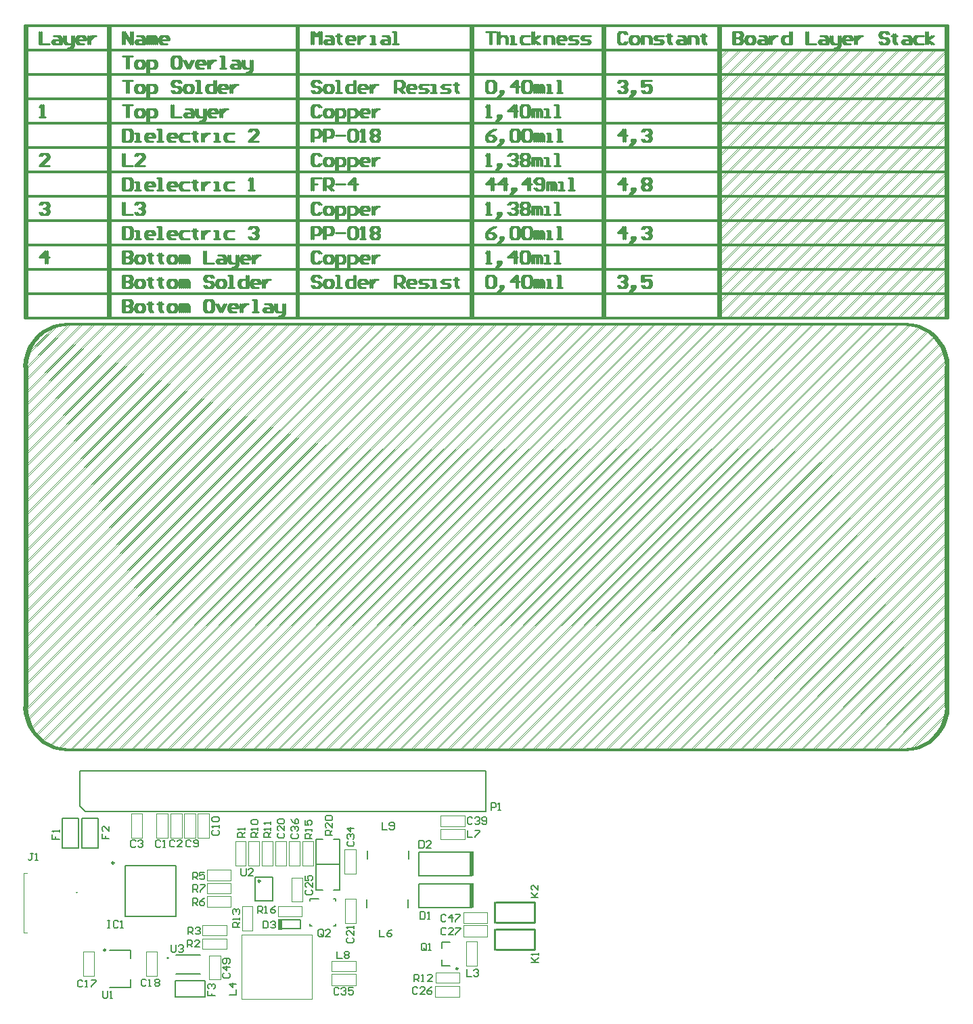
<source format=gto>
G04*
G04 #@! TF.GenerationSoftware,Altium Limited,Altium Designer,20.2.5 (213)*
G04*
G04 Layer_Color=65535*
%FSLAX42Y42*%
%MOMM*%
G71*
G04*
G04 #@! TF.SameCoordinates,6F224850-DB23-45E0-B5EC-48CDDA7698CB*
G04*
G04*
G04 #@! TF.FilePolarity,Positive*
G04*
G01*
G75*
%ADD10C,0.25*%
%ADD11C,0.20*%
%ADD12C,0.10*%
%ADD13C,0.13*%
%ADD14C,0.15*%
%ADD15C,0.25*%
%ADD16C,0.18*%
%ADD17C,0.18*%
%ADD18C,0.38*%
%ADD19C,0.03*%
%ADD20R,0.51X1.32*%
%ADD21R,0.51X3.15*%
D10*
X5445Y428D02*
G03*
X5445Y428I-12J0D01*
G01*
X1140Y1750D02*
G03*
X1140Y1750I-12J0D01*
G01*
X1037Y660D02*
G03*
X1037Y660I-12J0D01*
G01*
X2970Y1523D02*
G03*
X2970Y1523I-12J0D01*
G01*
D11*
X1827Y560D02*
G03*
X1827Y560I-10J0D01*
G01*
X682Y1380D02*
G03*
X672Y1380I-5J0D01*
G01*
D02*
G03*
X682Y1380I5J0D01*
G01*
D02*
G03*
X672Y1380I-5J0D01*
G01*
X5247Y682D02*
Y760D01*
X5347D01*
X5247Y460D02*
Y538D01*
Y460D02*
X5347D01*
X1285Y1715D02*
X1915D01*
Y1085D02*
Y1715D01*
X1285Y1085D02*
X1915D01*
X1285D02*
Y1715D01*
X1090Y655D02*
X1350D01*
Y560D02*
Y655D01*
X1090Y195D02*
X1350D01*
Y290D01*
X3127Y1273D02*
Y1573D01*
X2908Y1273D02*
Y1573D01*
Y1273D02*
X3127D01*
X2962Y1573D02*
X3127D01*
X2908D02*
X2962D01*
X3593Y1300D02*
X3706D01*
X3593Y1275D02*
Y1300D01*
Y960D02*
Y985D01*
Y960D02*
X3618D01*
X3893D02*
X3918D01*
Y985D01*
Y1275D02*
Y1300D01*
X3893D02*
X3918D01*
X715Y2458D02*
Y2902D01*
Y2458D02*
X778Y2394D01*
X5795D01*
Y2902D01*
X715D02*
X5795D01*
X4833Y1800D02*
Y1900D01*
X4310Y1800D02*
Y1900D01*
X4822Y1195D02*
Y1295D01*
X4300Y1195D02*
Y1295D01*
X1908Y75D02*
Y175D01*
Y75D02*
X2277D01*
Y275D01*
X1908D02*
X2277D01*
X1908Y175D02*
Y275D01*
X843Y1938D02*
X943D01*
Y2308D01*
X743D02*
X943D01*
X743Y1938D02*
Y2308D01*
Y1938D02*
X843D01*
X597Y1935D02*
X697D01*
Y2305D01*
X497D02*
X697D01*
X497Y1935D02*
Y2305D01*
Y1935D02*
X597D01*
D12*
X5165Y250D02*
Y380D01*
Y250D02*
X5465D01*
Y380D01*
X5165D02*
X5465D01*
X2738Y855D02*
X3622D01*
Y45D02*
Y855D01*
X2738Y45D02*
Y855D01*
Y45D02*
X3622D01*
X4165Y220D02*
Y360D01*
X3865Y220D02*
X4165D01*
X3865Y360D02*
X4165D01*
X3865Y220D02*
Y360D01*
X3867Y392D02*
X4167D01*
X3867D02*
Y522D01*
X4167D01*
Y392D02*
Y522D01*
X5230Y2175D02*
X5530D01*
Y2045D02*
Y2175D01*
X5230Y2045D02*
X5530D01*
X5230D02*
Y2175D01*
X2248Y675D02*
X2548D01*
X2248D02*
Y805D01*
X2548D01*
Y675D02*
Y805D01*
X2660Y1720D02*
Y2020D01*
X2790D01*
Y1720D02*
Y2020D01*
X2660Y1720D02*
X2790D01*
X2250Y840D02*
X2550D01*
X2250D02*
Y970D01*
X2550D01*
Y840D02*
Y970D01*
X5550Y465D02*
Y765D01*
X5680D01*
Y465D02*
Y765D01*
X5550Y465D02*
X5680D01*
X3192Y1207D02*
X3492D01*
Y1077D02*
Y1207D01*
X3192Y1077D02*
X3492D01*
X3192D02*
Y1207D01*
X3633Y1720D02*
Y2020D01*
X3503Y1720D02*
X3633D01*
X3503D02*
Y2020D01*
X3633D01*
X2877Y905D02*
Y1205D01*
X2748Y905D02*
X2877D01*
X2748D02*
Y1205D01*
X2877D01*
X3125Y1720D02*
Y2020D01*
X2995Y1720D02*
X3125D01*
X2995D02*
Y2020D01*
X3125D01*
X2955Y1720D02*
Y2020D01*
X2825Y1720D02*
X2955D01*
X2825D02*
Y2020D01*
X2955D01*
X2305Y1367D02*
X2605D01*
X2305D02*
Y1497D01*
X2605D01*
Y1367D02*
Y1497D01*
X2302Y1332D02*
X2602D01*
Y1202D02*
Y1332D01*
X2302Y1202D02*
X2602D01*
X2302D02*
Y1332D01*
X2302Y1662D02*
X2602D01*
Y1532D02*
Y1662D01*
X2302Y1532D02*
X2602D01*
X2302D02*
Y1662D01*
X10Y1625D02*
X55D01*
X10Y875D02*
Y1625D01*
Y875D02*
X55D01*
X2333Y593D02*
X2473D01*
X2473Y292D02*
Y593D01*
X2333Y292D02*
Y593D01*
Y292D02*
X2473D01*
X5815Y995D02*
Y1135D01*
X5515Y995D02*
X5815D01*
X5515Y1135D02*
X5815D01*
X5515Y995D02*
Y1135D01*
X5230Y2205D02*
Y2345D01*
Y2345D02*
X5530D01*
X5230Y2205D02*
X5530D01*
Y2345D01*
X3330Y1720D02*
X3470D01*
X3330D02*
Y2020D01*
X3470Y1720D02*
Y2020D01*
X3330D02*
X3470D01*
X4025Y1617D02*
X4165D01*
X4025D02*
Y1917D01*
X4165Y1617D02*
Y1917D01*
X4025D02*
X4165D01*
X5515Y830D02*
Y970D01*
Y970D02*
X5815D01*
X5515Y830D02*
X5815D01*
Y970D01*
X5162Y73D02*
Y212D01*
Y212D02*
X5462D01*
X5162Y73D02*
X5462D01*
Y212D01*
X3360Y1265D02*
X3500D01*
X3360D02*
Y1565D01*
X3500Y1265D02*
Y1565D01*
X3360D02*
X3500D01*
X4030Y1300D02*
X4170D01*
X4170Y1000D02*
Y1300D01*
X4030Y1000D02*
Y1300D01*
Y1000D02*
X4170D01*
X3160Y1720D02*
X3300D01*
X3160D02*
Y2020D01*
X3300Y1720D02*
Y2020D01*
X3160D02*
X3300D01*
X1540Y640D02*
X1680D01*
X1680Y340D02*
Y640D01*
X1540Y340D02*
Y640D01*
Y340D02*
X1680D01*
X755Y638D02*
X895D01*
X895Y338D02*
Y638D01*
X755Y338D02*
Y638D01*
Y338D02*
X895D01*
X2190Y2365D02*
X2330D01*
X2330Y2065D02*
Y2365D01*
X2190Y2065D02*
Y2365D01*
Y2065D02*
X2330D01*
X2017Y2365D02*
X2158D01*
X2158Y2065D02*
Y2365D01*
X2017Y2065D02*
Y2365D01*
Y2065D02*
X2158D01*
X1355Y2365D02*
X1495D01*
X1495Y2065D02*
Y2365D01*
X1355Y2065D02*
Y2365D01*
Y2065D02*
X1495D01*
X1850Y2366D02*
X1990D01*
X1990Y2066D02*
Y2366D01*
X1850Y2066D02*
Y2366D01*
Y2066D02*
X1990D01*
X1675Y2365D02*
X1815D01*
X1815Y2065D02*
Y2365D01*
X1675Y2065D02*
Y2365D01*
Y2065D02*
X1815D01*
D13*
X1917Y600D02*
X2217D01*
X1917Y360D02*
X2217D01*
D14*
X3887Y2048D02*
X3967D01*
X3672D02*
X3753D01*
X3888Y1412D02*
X3968D01*
X3672D02*
X3753D01*
X3672Y1730D02*
X3967D01*
X3672Y1412D02*
X3672Y2048D01*
X3967Y1412D02*
Y2048D01*
X5047Y670D02*
Y730D01*
X5032Y745D01*
X5002D01*
X4987Y730D01*
Y670D01*
X5002Y655D01*
X5032D01*
X5017Y685D02*
X5047Y655D01*
X5032D02*
X5047Y670D01*
X5077Y655D02*
X5107D01*
X5092D01*
Y745D01*
X5077Y730D01*
X4898Y267D02*
Y357D01*
X4943D01*
X4958Y342D01*
Y312D01*
X4943Y297D01*
X4898D01*
X4928D02*
X4958Y267D01*
X4988D02*
X5017D01*
X5003D01*
Y357D01*
X4988Y342D01*
X5122Y267D02*
X5062D01*
X5122Y327D01*
Y342D01*
X5107Y357D01*
X5077D01*
X5062Y342D01*
X3935Y645D02*
Y555D01*
X3995D01*
X4025Y630D02*
X4040Y645D01*
X4070D01*
X4085Y630D01*
Y615D01*
X4070Y600D01*
X4085Y585D01*
Y570D01*
X4070Y555D01*
X4040D01*
X4025Y570D01*
Y585D01*
X4040Y600D01*
X4025Y615D01*
Y630D01*
X4040Y600D02*
X4070D01*
X5565Y2157D02*
Y2068D01*
X5625D01*
X5655Y2157D02*
X5715D01*
Y2142D01*
X5655Y2083D01*
Y2068D01*
X5553Y420D02*
Y330D01*
X5613D01*
X5642Y405D02*
X5657Y420D01*
X5687D01*
X5702Y405D01*
Y390D01*
X5687Y375D01*
X5672D01*
X5687D01*
X5702Y360D01*
Y345D01*
X5687Y330D01*
X5657D01*
X5642Y345D01*
X2733Y1682D02*
Y1608D01*
X2748Y1593D01*
X2778D01*
X2793Y1608D01*
Y1682D01*
X2882Y1593D02*
X2822D01*
X2882Y1652D01*
Y1667D01*
X2867Y1682D01*
X2837D01*
X2822Y1667D01*
X2938Y1123D02*
Y1212D01*
X2983D01*
X2998Y1197D01*
Y1168D01*
X2983Y1153D01*
X2938D01*
X2968D02*
X2998Y1123D01*
X3028D02*
X3057D01*
X3043D01*
Y1212D01*
X3028Y1197D01*
X3162Y1212D02*
X3132Y1197D01*
X3102Y1168D01*
Y1138D01*
X3117Y1123D01*
X3147D01*
X3162Y1138D01*
Y1153D01*
X3147Y1168D01*
X3102D01*
X3620Y2058D02*
X3530D01*
Y2103D01*
X3545Y2118D01*
X3575D01*
X3590Y2103D01*
Y2058D01*
Y2088D02*
X3620Y2118D01*
Y2148D02*
Y2177D01*
Y2163D01*
X3530D01*
X3545Y2148D01*
X3530Y2282D02*
Y2222D01*
X3575D01*
X3560Y2252D01*
Y2267D01*
X3575Y2282D01*
X3605D01*
X3620Y2267D01*
Y2237D01*
X3605Y2222D01*
X2715Y945D02*
X2625D01*
Y990D01*
X2640Y1005D01*
X2670D01*
X2685Y990D01*
Y945D01*
Y975D02*
X2715Y1005D01*
Y1035D02*
Y1065D01*
Y1050D01*
X2625D01*
X2640Y1035D01*
Y1110D02*
X2625Y1125D01*
Y1155D01*
X2640Y1170D01*
X2655D01*
X2670Y1155D01*
Y1140D01*
Y1155D01*
X2685Y1170D01*
X2700D01*
X2715Y1155D01*
Y1125D01*
X2700Y1110D01*
X3105Y2070D02*
X3015D01*
Y2115D01*
X3030Y2130D01*
X3060D01*
X3075Y2115D01*
Y2070D01*
Y2100D02*
X3105Y2130D01*
Y2160D02*
Y2190D01*
Y2175D01*
X3015D01*
X3030Y2160D01*
X3105Y2235D02*
Y2265D01*
Y2250D01*
X3015D01*
X3030Y2235D01*
X2945Y2068D02*
X2855D01*
Y2113D01*
X2870Y2128D01*
X2900D01*
X2915Y2113D01*
Y2068D01*
Y2098D02*
X2945Y2128D01*
Y2158D02*
Y2187D01*
Y2173D01*
X2855D01*
X2870Y2158D01*
Y2232D02*
X2855Y2247D01*
Y2277D01*
X2870Y2292D01*
X2930D01*
X2945Y2277D01*
Y2247D01*
X2930Y2232D01*
X2870D01*
X2130Y1388D02*
Y1478D01*
X2175D01*
X2190Y1463D01*
Y1433D01*
X2175Y1418D01*
X2130D01*
X2160D02*
X2190Y1388D01*
X2220Y1478D02*
X2280D01*
Y1463D01*
X2220Y1403D01*
Y1388D01*
X2125Y1220D02*
Y1310D01*
X2170D01*
X2185Y1295D01*
Y1265D01*
X2170Y1250D01*
X2125D01*
X2155D02*
X2185Y1220D01*
X2275Y1310D02*
X2245Y1295D01*
X2215Y1265D01*
Y1235D01*
X2230Y1220D01*
X2260D01*
X2275Y1235D01*
Y1250D01*
X2260Y1265D01*
X2215D01*
X2125Y1543D02*
Y1632D01*
X2170D01*
X2185Y1617D01*
Y1587D01*
X2170Y1572D01*
X2125D01*
X2155D02*
X2185Y1543D01*
X2275Y1632D02*
X2215D01*
Y1587D01*
X2245Y1602D01*
X2260D01*
X2275Y1587D01*
Y1558D01*
X2260Y1543D01*
X2230D01*
X2215Y1558D01*
X2068Y858D02*
Y947D01*
X2113D01*
X2128Y932D01*
Y903D01*
X2113Y888D01*
X2068D01*
X2098D02*
X2128Y858D01*
X2158Y932D02*
X2172Y947D01*
X2202D01*
X2217Y932D01*
Y918D01*
X2202Y903D01*
X2187D01*
X2202D01*
X2217Y888D01*
Y873D01*
X2202Y858D01*
X2172D01*
X2158Y873D01*
X2060Y698D02*
Y787D01*
X2105D01*
X2120Y772D01*
Y743D01*
X2105Y728D01*
X2060D01*
X2090D02*
X2120Y698D01*
X2210D02*
X2150D01*
X2210Y757D01*
Y772D01*
X2195Y787D01*
X2165D01*
X2150Y772D01*
X2777Y2073D02*
X2688D01*
Y2118D01*
X2703Y2133D01*
X2733D01*
X2747Y2118D01*
Y2073D01*
Y2103D02*
X2777Y2133D01*
Y2162D02*
Y2192D01*
Y2177D01*
X2688D01*
X2703Y2162D01*
X1858Y722D02*
Y648D01*
X1873Y633D01*
X1903D01*
X1918Y648D01*
Y722D01*
X1947Y707D02*
X1962Y722D01*
X1992D01*
X2007Y707D01*
Y692D01*
X1992Y678D01*
X1977D01*
X1992D01*
X2007Y663D01*
Y648D01*
X1992Y633D01*
X1962D01*
X1947Y648D01*
X1003Y150D02*
Y75D01*
X1018Y60D01*
X1048D01*
X1062Y75D01*
Y150D01*
X1092Y60D02*
X1122D01*
X1107D01*
Y150D01*
X1092Y135D01*
X3875Y2100D02*
X3785D01*
Y2145D01*
X3800Y2160D01*
X3830D01*
X3845Y2145D01*
Y2100D01*
Y2130D02*
X3875Y2160D01*
Y2250D02*
Y2190D01*
X3815Y2250D01*
X3800D01*
X3785Y2235D01*
Y2205D01*
X3800Y2190D01*
Y2280D02*
X3785Y2295D01*
Y2325D01*
X3800Y2340D01*
X3860D01*
X3875Y2325D01*
Y2295D01*
X3860Y2280D01*
X3800D01*
X3758Y843D02*
Y902D01*
X3743Y917D01*
X3713D01*
X3698Y902D01*
Y843D01*
X3713Y828D01*
X3743D01*
X3728Y858D02*
X3758Y828D01*
X3743D02*
X3758Y843D01*
X3847Y828D02*
X3787D01*
X3847Y887D01*
Y902D01*
X3832Y917D01*
X3802D01*
X3787Y902D01*
X5858Y2410D02*
Y2500D01*
X5903D01*
X5917Y2485D01*
Y2455D01*
X5903Y2440D01*
X5858D01*
X5947Y2410D02*
X5977D01*
X5962D01*
Y2500D01*
X5947Y2485D01*
X4498Y2257D02*
Y2168D01*
X4558D01*
X4587Y2183D02*
X4602Y2168D01*
X4632D01*
X4647Y2183D01*
Y2242D01*
X4632Y2257D01*
X4602D01*
X4587Y2242D01*
Y2227D01*
X4602Y2212D01*
X4647D01*
X4468Y915D02*
Y825D01*
X4528D01*
X4617Y915D02*
X4587Y900D01*
X4557Y870D01*
Y840D01*
X4572Y825D01*
X4602D01*
X4617Y840D01*
Y855D01*
X4602Y870D01*
X4557D01*
X2583Y103D02*
X2672D01*
Y163D01*
Y237D02*
X2583D01*
X2627Y192D01*
Y252D01*
X6360Y1320D02*
X6450D01*
X6420D01*
X6360Y1380D01*
X6405Y1335D01*
X6450Y1380D01*
Y1470D02*
Y1410D01*
X6390Y1470D01*
X6375D01*
X6360Y1455D01*
Y1425D01*
X6375Y1410D01*
X6363Y505D02*
X6452D01*
X6422D01*
X6363Y565D01*
X6407Y520D01*
X6452Y565D01*
Y595D02*
Y625D01*
Y610D01*
X6363D01*
X6378Y595D01*
X127Y1872D02*
X98D01*
X113D01*
Y1798D01*
X98Y1783D01*
X83D01*
X68Y1798D01*
X157Y1783D02*
X187D01*
X172D01*
Y1872D01*
X157Y1857D01*
X1060Y1030D02*
X1090D01*
X1075D01*
Y940D01*
X1060D01*
X1090D01*
X1195Y1015D02*
X1180Y1030D01*
X1150D01*
X1135Y1015D01*
Y955D01*
X1150Y940D01*
X1180D01*
X1195Y955D01*
X1225Y940D02*
X1255D01*
X1240D01*
Y1030D01*
X1225Y1015D01*
X2318Y148D02*
Y88D01*
X2362D01*
Y118D01*
Y88D01*
X2407D01*
X2333Y177D02*
X2318Y192D01*
Y222D01*
X2333Y237D01*
X2348D01*
X2362Y222D01*
Y207D01*
Y222D01*
X2377Y237D01*
X2392D01*
X2407Y222D01*
Y192D01*
X2392Y177D01*
X990Y2118D02*
Y2058D01*
X1035D01*
Y2088D01*
Y2058D01*
X1080D01*
Y2207D02*
Y2147D01*
X1020Y2207D01*
X1005D01*
X990Y2192D01*
Y2162D01*
X1005Y2147D01*
X368Y2108D02*
Y2048D01*
X412D01*
Y2078D01*
Y2048D01*
X457D01*
Y2137D02*
Y2167D01*
Y2152D01*
X368D01*
X383Y2137D01*
X3010Y1022D02*
Y933D01*
X3055D01*
X3070Y948D01*
Y1007D01*
X3055Y1022D01*
X3010D01*
X3100Y1007D02*
X3115Y1022D01*
X3145D01*
X3160Y1007D01*
Y992D01*
X3145Y977D01*
X3130D01*
X3145D01*
X3160Y963D01*
Y948D01*
X3145Y933D01*
X3115D01*
X3100Y948D01*
X4960Y2027D02*
Y1938D01*
X5005D01*
X5020Y1953D01*
Y2012D01*
X5005Y2027D01*
X4960D01*
X5110Y1938D02*
X5050D01*
X5110Y1997D01*
Y2012D01*
X5095Y2027D01*
X5065D01*
X5050Y2012D01*
X4975Y1137D02*
Y1048D01*
X5020D01*
X5035Y1063D01*
Y1122D01*
X5020Y1137D01*
X4975D01*
X5065Y1048D02*
X5095D01*
X5080D01*
Y1137D01*
X5065Y1122D01*
X2518Y373D02*
X2503Y358D01*
Y328D01*
X2518Y313D01*
X2577D01*
X2592Y328D01*
Y358D01*
X2577Y373D01*
X2592Y447D02*
X2503D01*
X2548Y403D01*
Y462D01*
X2577Y492D02*
X2592Y507D01*
Y537D01*
X2577Y552D01*
X2518D01*
X2503Y537D01*
Y507D01*
X2518Y492D01*
X2533D01*
X2548Y507D01*
Y552D01*
X5295Y1090D02*
X5280Y1105D01*
X5250D01*
X5235Y1090D01*
Y1030D01*
X5250Y1015D01*
X5280D01*
X5295Y1030D01*
X5370Y1015D02*
Y1105D01*
X5325Y1060D01*
X5385D01*
X5415Y1105D02*
X5475D01*
Y1090D01*
X5415Y1030D01*
Y1015D01*
X5625Y2307D02*
X5610Y2322D01*
X5580D01*
X5565Y2307D01*
Y2248D01*
X5580Y2233D01*
X5610D01*
X5625Y2248D01*
X5655Y2307D02*
X5670Y2322D01*
X5700D01*
X5715Y2307D01*
Y2292D01*
X5700Y2277D01*
X5685D01*
X5700D01*
X5715Y2263D01*
Y2248D01*
X5700Y2233D01*
X5670D01*
X5655Y2248D01*
X5745D02*
X5760Y2233D01*
X5790D01*
X5805Y2248D01*
Y2307D01*
X5790Y2322D01*
X5760D01*
X5745Y2307D01*
Y2292D01*
X5760Y2277D01*
X5805D01*
X3373Y2118D02*
X3358Y2103D01*
Y2073D01*
X3373Y2058D01*
X3432D01*
X3447Y2073D01*
Y2103D01*
X3432Y2118D01*
X3373Y2148D02*
X3358Y2163D01*
Y2192D01*
X3373Y2207D01*
X3388D01*
X3403Y2192D01*
Y2177D01*
Y2192D01*
X3417Y2207D01*
X3432D01*
X3447Y2192D01*
Y2163D01*
X3432Y2148D01*
X3358Y2297D02*
X3373Y2267D01*
X3403Y2237D01*
X3432D01*
X3447Y2252D01*
Y2282D01*
X3432Y2297D01*
X3417D01*
X3403Y2282D01*
Y2237D01*
X3955Y177D02*
X3940Y192D01*
X3910D01*
X3895Y177D01*
Y118D01*
X3910Y103D01*
X3940D01*
X3955Y118D01*
X3985Y177D02*
X4000Y192D01*
X4030D01*
X4045Y177D01*
Y162D01*
X4030Y148D01*
X4015D01*
X4030D01*
X4045Y133D01*
Y118D01*
X4030Y103D01*
X4000D01*
X3985Y118D01*
X4135Y192D02*
X4075D01*
Y148D01*
X4105Y162D01*
X4120D01*
X4135Y148D01*
Y118D01*
X4120Y103D01*
X4090D01*
X4075Y118D01*
X4073Y2020D02*
X4058Y2005D01*
Y1975D01*
X4073Y1960D01*
X4132D01*
X4147Y1975D01*
Y2005D01*
X4132Y2020D01*
X4073Y2050D02*
X4058Y2065D01*
Y2095D01*
X4073Y2110D01*
X4088D01*
X4103Y2095D01*
Y2080D01*
Y2095D01*
X4118Y2110D01*
X4132D01*
X4147Y2095D01*
Y2065D01*
X4132Y2050D01*
X4147Y2185D02*
X4058D01*
X4103Y2140D01*
Y2200D01*
X5298Y925D02*
X5283Y940D01*
X5253D01*
X5238Y925D01*
Y865D01*
X5253Y850D01*
X5283D01*
X5298Y865D01*
X5387Y850D02*
X5328D01*
X5387Y910D01*
Y925D01*
X5372Y940D01*
X5343D01*
X5328Y925D01*
X5417Y940D02*
X5477D01*
Y925D01*
X5417Y865D01*
Y850D01*
X4940Y182D02*
X4925Y197D01*
X4895D01*
X4880Y182D01*
Y123D01*
X4895Y108D01*
X4925D01*
X4940Y123D01*
X5030Y108D02*
X4970D01*
X5030Y167D01*
Y182D01*
X5015Y197D01*
X4985D01*
X4970Y182D01*
X5120Y197D02*
X5090Y182D01*
X5060Y152D01*
Y123D01*
X5075Y108D01*
X5105D01*
X5120Y123D01*
Y138D01*
X5105Y152D01*
X5060D01*
X3550Y1413D02*
X3535Y1398D01*
Y1368D01*
X3550Y1353D01*
X3610D01*
X3625Y1368D01*
Y1398D01*
X3610Y1413D01*
X3625Y1502D02*
Y1443D01*
X3565Y1502D01*
X3550D01*
X3535Y1487D01*
Y1458D01*
X3550Y1443D01*
X3535Y1592D02*
Y1532D01*
X3580D01*
X3565Y1562D01*
Y1577D01*
X3580Y1592D01*
X3610D01*
X3625Y1577D01*
Y1547D01*
X3610Y1532D01*
X4065Y813D02*
X4050Y798D01*
Y768D01*
X4065Y753D01*
X4125D01*
X4140Y768D01*
Y798D01*
X4125Y813D01*
X4140Y902D02*
Y843D01*
X4080Y902D01*
X4065D01*
X4050Y887D01*
Y857D01*
X4065Y843D01*
X4140Y932D02*
Y962D01*
Y947D01*
X4050D01*
X4065Y932D01*
X3200Y2123D02*
X3185Y2108D01*
Y2078D01*
X3200Y2063D01*
X3260D01*
X3275Y2078D01*
Y2108D01*
X3260Y2123D01*
X3275Y2212D02*
Y2153D01*
X3215Y2212D01*
X3200D01*
X3185Y2197D01*
Y2168D01*
X3200Y2153D01*
Y2242D02*
X3185Y2257D01*
Y2287D01*
X3200Y2302D01*
X3260D01*
X3275Y2287D01*
Y2257D01*
X3260Y2242D01*
X3200D01*
X1545Y282D02*
X1530Y297D01*
X1500D01*
X1485Y282D01*
Y223D01*
X1500Y208D01*
X1530D01*
X1545Y223D01*
X1575Y208D02*
X1605D01*
X1590D01*
Y297D01*
X1575Y282D01*
X1650D02*
X1665Y297D01*
X1695D01*
X1710Y282D01*
Y267D01*
X1695Y253D01*
X1710Y238D01*
Y223D01*
X1695Y208D01*
X1665D01*
X1650Y223D01*
Y238D01*
X1665Y253D01*
X1650Y267D01*
Y282D01*
X1665Y253D02*
X1695D01*
X750Y272D02*
X735Y287D01*
X705D01*
X690Y272D01*
Y213D01*
X705Y198D01*
X735D01*
X750Y213D01*
X780Y198D02*
X810D01*
X795D01*
Y287D01*
X780Y272D01*
X855Y287D02*
X915D01*
Y272D01*
X855Y213D01*
Y198D01*
X2383Y2160D02*
X2368Y2145D01*
Y2115D01*
X2383Y2100D01*
X2442D01*
X2457Y2115D01*
Y2145D01*
X2442Y2160D01*
X2457Y2190D02*
Y2220D01*
Y2205D01*
X2368D01*
X2383Y2190D01*
Y2265D02*
X2368Y2280D01*
Y2310D01*
X2383Y2325D01*
X2442D01*
X2457Y2310D01*
Y2280D01*
X2442Y2265D01*
X2383D01*
X2105Y2025D02*
X2090Y2040D01*
X2060D01*
X2045Y2025D01*
Y1965D01*
X2060Y1950D01*
X2090D01*
X2105Y1965D01*
X2135D02*
X2150Y1950D01*
X2180D01*
X2195Y1965D01*
Y2025D01*
X2180Y2040D01*
X2150D01*
X2135Y2025D01*
Y2010D01*
X2150Y1995D01*
X2195D01*
X1413Y2022D02*
X1398Y2037D01*
X1368D01*
X1353Y2022D01*
Y1963D01*
X1368Y1948D01*
X1398D01*
X1413Y1963D01*
X1442Y2022D02*
X1457Y2037D01*
X1487D01*
X1502Y2022D01*
Y2007D01*
X1487Y1992D01*
X1472D01*
X1487D01*
X1502Y1978D01*
Y1963D01*
X1487Y1948D01*
X1457D01*
X1442Y1963D01*
X1903Y2025D02*
X1888Y2040D01*
X1858D01*
X1843Y2025D01*
Y1965D01*
X1858Y1950D01*
X1888D01*
X1903Y1965D01*
X1992Y1950D02*
X1932D01*
X1992Y2010D01*
Y2025D01*
X1977Y2040D01*
X1947D01*
X1932Y2025D01*
X1725Y2022D02*
X1710Y2037D01*
X1680D01*
X1665Y2022D01*
Y1963D01*
X1680Y1948D01*
X1710D01*
X1725Y1963D01*
X1755Y1948D02*
X1785D01*
X1770D01*
Y2037D01*
X1755Y2022D01*
D15*
X5921Y1257D02*
X6403D01*
X5921Y1003D02*
X6403D01*
X5908D02*
Y1257D01*
X6403Y1003D02*
Y1257D01*
X5921Y922D02*
X6403D01*
X5921Y668D02*
X6403D01*
X5908D02*
Y922D01*
X6403Y668D02*
Y922D01*
X228Y12147D02*
Y11994D01*
X330D01*
X406Y12096D02*
X457D01*
X482Y12070D01*
Y11994D01*
X406D01*
X381Y12020D01*
X406Y12045D01*
X482D01*
X533Y12096D02*
Y12020D01*
X559Y11994D01*
X635D01*
Y11969D01*
X609Y11943D01*
X584D01*
X635Y11994D02*
Y12096D01*
X762Y11994D02*
X711D01*
X686Y12020D01*
Y12070D01*
X711Y12096D01*
X762D01*
X787Y12070D01*
Y12045D01*
X686D01*
X838Y12096D02*
Y11994D01*
Y12045D01*
X863Y12070D01*
X889Y12096D01*
X914D01*
X305Y9251D02*
Y9403D01*
X228Y9327D01*
X330D01*
X228Y9988D02*
X254Y10013D01*
X305D01*
X330Y9988D01*
Y9962D01*
X305Y9937D01*
X279D01*
X305D01*
X330Y9911D01*
Y9886D01*
X305Y9861D01*
X254D01*
X228Y9886D01*
X330Y10470D02*
X228D01*
X330Y10572D01*
Y10597D01*
X305Y10623D01*
X254D01*
X228Y10597D01*
Y11080D02*
X279D01*
X254D01*
Y11232D01*
X228Y11207D01*
X1270Y11994D02*
Y12147D01*
X1371Y11994D01*
Y12147D01*
X1447Y12096D02*
X1498D01*
X1524Y12070D01*
Y11994D01*
X1447D01*
X1422Y12020D01*
X1447Y12045D01*
X1524D01*
X1574Y11994D02*
Y12096D01*
X1600D01*
X1625Y12070D01*
Y11994D01*
Y12070D01*
X1651Y12096D01*
X1676Y12070D01*
Y11994D01*
X1803D02*
X1752D01*
X1727Y12020D01*
Y12070D01*
X1752Y12096D01*
X1803D01*
X1828Y12070D01*
Y12045D01*
X1727D01*
X1270Y8794D02*
Y8641D01*
X1346D01*
X1371Y8667D01*
Y8692D01*
X1346Y8718D01*
X1270D01*
X1346D01*
X1371Y8743D01*
Y8768D01*
X1346Y8794D01*
X1270D01*
X1447Y8641D02*
X1498D01*
X1524Y8667D01*
Y8718D01*
X1498Y8743D01*
X1447D01*
X1422Y8718D01*
Y8667D01*
X1447Y8641D01*
X1600Y8768D02*
Y8743D01*
X1574D01*
X1625D01*
X1600D01*
Y8667D01*
X1625Y8641D01*
X1727Y8768D02*
Y8743D01*
X1701D01*
X1752D01*
X1727D01*
Y8667D01*
X1752Y8641D01*
X1854D02*
X1904D01*
X1930Y8667D01*
Y8718D01*
X1904Y8743D01*
X1854D01*
X1828Y8718D01*
Y8667D01*
X1854Y8641D01*
X1981D02*
Y8743D01*
X2006D01*
X2031Y8718D01*
Y8641D01*
Y8718D01*
X2057Y8743D01*
X2082Y8718D01*
Y8641D01*
X2362Y8794D02*
X2311D01*
X2285Y8768D01*
Y8667D01*
X2311Y8641D01*
X2362D01*
X2387Y8667D01*
Y8768D01*
X2362Y8794D01*
X2438Y8743D02*
X2488Y8641D01*
X2539Y8743D01*
X2666Y8641D02*
X2615D01*
X2590Y8667D01*
Y8718D01*
X2615Y8743D01*
X2666D01*
X2692Y8718D01*
Y8692D01*
X2590D01*
X2742Y8743D02*
Y8641D01*
Y8692D01*
X2768Y8718D01*
X2793Y8743D01*
X2819D01*
X2895Y8641D02*
X2946D01*
X2920D01*
Y8794D01*
X2895D01*
X3047Y8743D02*
X3098D01*
X3123Y8718D01*
Y8641D01*
X3047D01*
X3022Y8667D01*
X3047Y8692D01*
X3123D01*
X3174Y8743D02*
Y8667D01*
X3199Y8641D01*
X3276D01*
Y8616D01*
X3250Y8591D01*
X3225D01*
X3276Y8641D02*
Y8743D01*
X1270Y9099D02*
Y8946D01*
X1346D01*
X1371Y8972D01*
Y8997D01*
X1346Y9022D01*
X1270D01*
X1346D01*
X1371Y9048D01*
Y9073D01*
X1346Y9099D01*
X1270D01*
X1447Y8946D02*
X1498D01*
X1524Y8972D01*
Y9022D01*
X1498Y9048D01*
X1447D01*
X1422Y9022D01*
Y8972D01*
X1447Y8946D01*
X1600Y9073D02*
Y9048D01*
X1574D01*
X1625D01*
X1600D01*
Y8972D01*
X1625Y8946D01*
X1727Y9073D02*
Y9048D01*
X1701D01*
X1752D01*
X1727D01*
Y8972D01*
X1752Y8946D01*
X1854D02*
X1904D01*
X1930Y8972D01*
Y9022D01*
X1904Y9048D01*
X1854D01*
X1828Y9022D01*
Y8972D01*
X1854Y8946D01*
X1981D02*
Y9048D01*
X2006D01*
X2031Y9022D01*
Y8946D01*
Y9022D01*
X2057Y9048D01*
X2082Y9022D01*
Y8946D01*
X2387Y9073D02*
X2362Y9099D01*
X2311D01*
X2285Y9073D01*
Y9048D01*
X2311Y9022D01*
X2362D01*
X2387Y8997D01*
Y8972D01*
X2362Y8946D01*
X2311D01*
X2285Y8972D01*
X2463Y8946D02*
X2514D01*
X2539Y8972D01*
Y9022D01*
X2514Y9048D01*
X2463D01*
X2438Y9022D01*
Y8972D01*
X2463Y8946D01*
X2590D02*
X2641D01*
X2615D01*
Y9099D01*
X2590D01*
X2819D02*
Y8946D01*
X2742D01*
X2717Y8972D01*
Y9022D01*
X2742Y9048D01*
X2819D01*
X2946Y8946D02*
X2895D01*
X2869Y8972D01*
Y9022D01*
X2895Y9048D01*
X2946D01*
X2971Y9022D01*
Y8997D01*
X2869D01*
X3022Y9048D02*
Y8946D01*
Y8997D01*
X3047Y9022D01*
X3072Y9048D01*
X3098D01*
X1270Y9403D02*
Y9251D01*
X1346D01*
X1371Y9276D01*
Y9302D01*
X1346Y9327D01*
X1270D01*
X1346D01*
X1371Y9353D01*
Y9378D01*
X1346Y9403D01*
X1270D01*
X1447Y9251D02*
X1498D01*
X1524Y9276D01*
Y9327D01*
X1498Y9353D01*
X1447D01*
X1422Y9327D01*
Y9276D01*
X1447Y9251D01*
X1600Y9378D02*
Y9353D01*
X1574D01*
X1625D01*
X1600D01*
Y9276D01*
X1625Y9251D01*
X1727Y9378D02*
Y9353D01*
X1701D01*
X1752D01*
X1727D01*
Y9276D01*
X1752Y9251D01*
X1854D02*
X1904D01*
X1930Y9276D01*
Y9327D01*
X1904Y9353D01*
X1854D01*
X1828Y9327D01*
Y9276D01*
X1854Y9251D01*
X1981D02*
Y9353D01*
X2006D01*
X2031Y9327D01*
Y9251D01*
Y9327D01*
X2057Y9353D01*
X2082Y9327D01*
Y9251D01*
X2285Y9403D02*
Y9251D01*
X2387D01*
X2463Y9353D02*
X2514D01*
X2539Y9327D01*
Y9251D01*
X2463D01*
X2438Y9276D01*
X2463Y9302D01*
X2539D01*
X2590Y9353D02*
Y9276D01*
X2615Y9251D01*
X2692D01*
Y9226D01*
X2666Y9200D01*
X2641D01*
X2692Y9251D02*
Y9353D01*
X2819Y9251D02*
X2768D01*
X2742Y9276D01*
Y9327D01*
X2768Y9353D01*
X2819D01*
X2844Y9327D01*
Y9302D01*
X2742D01*
X2895Y9353D02*
Y9251D01*
Y9302D01*
X2920Y9327D01*
X2946Y9353D01*
X2971D01*
X1270Y9708D02*
Y9556D01*
X1346D01*
X1371Y9581D01*
Y9683D01*
X1346Y9708D01*
X1270D01*
X1422Y9556D02*
X1473D01*
X1447D01*
Y9657D01*
X1422D01*
X1625Y9556D02*
X1574D01*
X1549Y9581D01*
Y9632D01*
X1574Y9657D01*
X1625D01*
X1651Y9632D01*
Y9607D01*
X1549D01*
X1701Y9556D02*
X1752D01*
X1727D01*
Y9708D01*
X1701D01*
X1904Y9556D02*
X1854D01*
X1828Y9581D01*
Y9632D01*
X1854Y9657D01*
X1904D01*
X1930Y9632D01*
Y9607D01*
X1828D01*
X2082Y9657D02*
X2006D01*
X1981Y9632D01*
Y9581D01*
X2006Y9556D01*
X2082D01*
X2158Y9683D02*
Y9657D01*
X2133D01*
X2184D01*
X2158D01*
Y9581D01*
X2184Y9556D01*
X2260Y9657D02*
Y9556D01*
Y9607D01*
X2285Y9632D01*
X2311Y9657D01*
X2336D01*
X2412Y9556D02*
X2463D01*
X2438D01*
Y9657D01*
X2412D01*
X2641D02*
X2565D01*
X2539Y9632D01*
Y9581D01*
X2565Y9556D01*
X2641D01*
X2844Y9683D02*
X2869Y9708D01*
X2920D01*
X2946Y9683D01*
Y9657D01*
X2920Y9632D01*
X2895D01*
X2920D01*
X2946Y9607D01*
Y9581D01*
X2920Y9556D01*
X2869D01*
X2844Y9581D01*
X1270Y10013D02*
Y9861D01*
X1371D01*
X1422Y9988D02*
X1447Y10013D01*
X1498D01*
X1524Y9988D01*
Y9962D01*
X1498Y9937D01*
X1473D01*
X1498D01*
X1524Y9911D01*
Y9886D01*
X1498Y9861D01*
X1447D01*
X1422Y9886D01*
X1270Y10318D02*
Y10165D01*
X1346D01*
X1371Y10191D01*
Y10292D01*
X1346Y10318D01*
X1270D01*
X1422Y10165D02*
X1473D01*
X1447D01*
Y10267D01*
X1422D01*
X1625Y10165D02*
X1574D01*
X1549Y10191D01*
Y10242D01*
X1574Y10267D01*
X1625D01*
X1651Y10242D01*
Y10216D01*
X1549D01*
X1701Y10165D02*
X1752D01*
X1727D01*
Y10318D01*
X1701D01*
X1904Y10165D02*
X1854D01*
X1828Y10191D01*
Y10242D01*
X1854Y10267D01*
X1904D01*
X1930Y10242D01*
Y10216D01*
X1828D01*
X2082Y10267D02*
X2006D01*
X1981Y10242D01*
Y10191D01*
X2006Y10165D01*
X2082D01*
X2158Y10292D02*
Y10267D01*
X2133D01*
X2184D01*
X2158D01*
Y10191D01*
X2184Y10165D01*
X2260Y10267D02*
Y10165D01*
Y10216D01*
X2285Y10242D01*
X2311Y10267D01*
X2336D01*
X2412Y10165D02*
X2463D01*
X2438D01*
Y10267D01*
X2412D01*
X2641D02*
X2565D01*
X2539Y10242D01*
Y10191D01*
X2565Y10165D01*
X2641D01*
X2844D02*
X2895D01*
X2869D01*
Y10318D01*
X2844Y10292D01*
X1270Y10623D02*
Y10470D01*
X1371D01*
X1524D02*
X1422D01*
X1524Y10572D01*
Y10597D01*
X1498Y10623D01*
X1447D01*
X1422Y10597D01*
X1270Y10927D02*
Y10775D01*
X1346D01*
X1371Y10800D01*
Y10902D01*
X1346Y10927D01*
X1270D01*
X1422Y10775D02*
X1473D01*
X1447D01*
Y10877D01*
X1422D01*
X1625Y10775D02*
X1574D01*
X1549Y10800D01*
Y10851D01*
X1574Y10877D01*
X1625D01*
X1651Y10851D01*
Y10826D01*
X1549D01*
X1701Y10775D02*
X1752D01*
X1727D01*
Y10927D01*
X1701D01*
X1904Y10775D02*
X1854D01*
X1828Y10800D01*
Y10851D01*
X1854Y10877D01*
X1904D01*
X1930Y10851D01*
Y10826D01*
X1828D01*
X2082Y10877D02*
X2006D01*
X1981Y10851D01*
Y10800D01*
X2006Y10775D01*
X2082D01*
X2158Y10902D02*
Y10877D01*
X2133D01*
X2184D01*
X2158D01*
Y10800D01*
X2184Y10775D01*
X2260Y10877D02*
Y10775D01*
Y10826D01*
X2285Y10851D01*
X2311Y10877D01*
X2336D01*
X2412Y10775D02*
X2463D01*
X2438D01*
Y10877D01*
X2412D01*
X2641D02*
X2565D01*
X2539Y10851D01*
Y10800D01*
X2565Y10775D01*
X2641D01*
X2946D02*
X2844D01*
X2946Y10877D01*
Y10902D01*
X2920Y10927D01*
X2869D01*
X2844Y10902D01*
X1270Y11232D02*
X1371D01*
X1320D01*
Y11080D01*
X1447D02*
X1498D01*
X1524Y11105D01*
Y11156D01*
X1498Y11181D01*
X1447D01*
X1422Y11156D01*
Y11105D01*
X1447Y11080D01*
X1574Y11029D02*
Y11181D01*
X1651D01*
X1676Y11156D01*
Y11105D01*
X1651Y11080D01*
X1574D01*
X1879Y11232D02*
Y11080D01*
X1981D01*
X2057Y11181D02*
X2108D01*
X2133Y11156D01*
Y11080D01*
X2057D01*
X2031Y11105D01*
X2057Y11131D01*
X2133D01*
X2184Y11181D02*
Y11105D01*
X2209Y11080D01*
X2285D01*
Y11054D01*
X2260Y11029D01*
X2235D01*
X2285Y11080D02*
Y11181D01*
X2412Y11080D02*
X2362D01*
X2336Y11105D01*
Y11156D01*
X2362Y11181D01*
X2412D01*
X2438Y11156D01*
Y11131D01*
X2336D01*
X2488Y11181D02*
Y11080D01*
Y11131D01*
X2514Y11156D01*
X2539Y11181D01*
X2565D01*
X1270Y11537D02*
X1371D01*
X1320D01*
Y11385D01*
X1447D02*
X1498D01*
X1524Y11410D01*
Y11461D01*
X1498Y11486D01*
X1447D01*
X1422Y11461D01*
Y11410D01*
X1447Y11385D01*
X1574Y11334D02*
Y11486D01*
X1651D01*
X1676Y11461D01*
Y11410D01*
X1651Y11385D01*
X1574D01*
X1981Y11512D02*
X1955Y11537D01*
X1904D01*
X1879Y11512D01*
Y11486D01*
X1904Y11461D01*
X1955D01*
X1981Y11435D01*
Y11410D01*
X1955Y11385D01*
X1904D01*
X1879Y11410D01*
X2057Y11385D02*
X2108D01*
X2133Y11410D01*
Y11461D01*
X2108Y11486D01*
X2057D01*
X2031Y11461D01*
Y11410D01*
X2057Y11385D01*
X2184D02*
X2235D01*
X2209D01*
Y11537D01*
X2184D01*
X2412D02*
Y11385D01*
X2336D01*
X2311Y11410D01*
Y11461D01*
X2336Y11486D01*
X2412D01*
X2539Y11385D02*
X2488D01*
X2463Y11410D01*
Y11461D01*
X2488Y11486D01*
X2539D01*
X2565Y11461D01*
Y11435D01*
X2463D01*
X2615Y11486D02*
Y11385D01*
Y11435D01*
X2641Y11461D01*
X2666Y11486D01*
X2692D01*
X1270Y11842D02*
X1371D01*
X1320D01*
Y11689D01*
X1447D02*
X1498D01*
X1524Y11715D01*
Y11766D01*
X1498Y11791D01*
X1447D01*
X1422Y11766D01*
Y11715D01*
X1447Y11689D01*
X1574Y11639D02*
Y11791D01*
X1651D01*
X1676Y11766D01*
Y11715D01*
X1651Y11689D01*
X1574D01*
X1955Y11842D02*
X1904D01*
X1879Y11816D01*
Y11715D01*
X1904Y11689D01*
X1955D01*
X1981Y11715D01*
Y11816D01*
X1955Y11842D01*
X2031Y11791D02*
X2082Y11689D01*
X2133Y11791D01*
X2260Y11689D02*
X2209D01*
X2184Y11715D01*
Y11766D01*
X2209Y11791D01*
X2260D01*
X2285Y11766D01*
Y11740D01*
X2184D01*
X2336Y11791D02*
Y11689D01*
Y11740D01*
X2362Y11766D01*
X2387Y11791D01*
X2412D01*
X2488Y11689D02*
X2539D01*
X2514D01*
Y11842D01*
X2488D01*
X2641Y11791D02*
X2692D01*
X2717Y11766D01*
Y11689D01*
X2641D01*
X2615Y11715D01*
X2641Y11740D01*
X2717D01*
X2768Y11791D02*
Y11715D01*
X2793Y11689D01*
X2869D01*
Y11664D01*
X2844Y11639D01*
X2819D01*
X2869Y11689D02*
Y11791D01*
X3631Y11994D02*
Y12147D01*
X3682Y12096D01*
X3733Y12147D01*
Y11994D01*
X3809Y12096D02*
X3860D01*
X3885Y12070D01*
Y11994D01*
X3809D01*
X3784Y12020D01*
X3809Y12045D01*
X3885D01*
X3961Y12121D02*
Y12096D01*
X3936D01*
X3987D01*
X3961D01*
Y12020D01*
X3987Y11994D01*
X4139D02*
X4088D01*
X4063Y12020D01*
Y12070D01*
X4088Y12096D01*
X4139D01*
X4164Y12070D01*
Y12045D01*
X4063D01*
X4215Y12096D02*
Y11994D01*
Y12045D01*
X4241Y12070D01*
X4266Y12096D01*
X4291D01*
X4368Y11994D02*
X4418D01*
X4393D01*
Y12096D01*
X4368D01*
X4520D02*
X4571D01*
X4596Y12070D01*
Y11994D01*
X4520D01*
X4495Y12020D01*
X4520Y12045D01*
X4596D01*
X4647Y11994D02*
X4698D01*
X4672D01*
Y12147D01*
X4647D01*
X3733Y9073D02*
X3707Y9099D01*
X3657D01*
X3631Y9073D01*
Y9048D01*
X3657Y9022D01*
X3707D01*
X3733Y8997D01*
Y8972D01*
X3707Y8946D01*
X3657D01*
X3631Y8972D01*
X3809Y8946D02*
X3860D01*
X3885Y8972D01*
Y9022D01*
X3860Y9048D01*
X3809D01*
X3784Y9022D01*
Y8972D01*
X3809Y8946D01*
X3936D02*
X3987D01*
X3961D01*
Y9099D01*
X3936D01*
X4164D02*
Y8946D01*
X4088D01*
X4063Y8972D01*
Y9022D01*
X4088Y9048D01*
X4164D01*
X4291Y8946D02*
X4241D01*
X4215Y8972D01*
Y9022D01*
X4241Y9048D01*
X4291D01*
X4317Y9022D01*
Y8997D01*
X4215D01*
X4368Y9048D02*
Y8946D01*
Y8997D01*
X4393Y9022D01*
X4418Y9048D01*
X4444D01*
X4672Y8946D02*
Y9099D01*
X4748D01*
X4774Y9073D01*
Y9022D01*
X4748Y8997D01*
X4672D01*
X4723D02*
X4774Y8946D01*
X4901D02*
X4850D01*
X4825Y8972D01*
Y9022D01*
X4850Y9048D01*
X4901D01*
X4926Y9022D01*
Y8997D01*
X4825D01*
X4977Y8946D02*
X5053D01*
X5079Y8972D01*
X5053Y8997D01*
X5002D01*
X4977Y9022D01*
X5002Y9048D01*
X5079D01*
X5129Y8946D02*
X5180D01*
X5155D01*
Y9048D01*
X5129D01*
X5256Y8946D02*
X5332D01*
X5358Y8972D01*
X5332Y8997D01*
X5282D01*
X5256Y9022D01*
X5282Y9048D01*
X5358D01*
X5434Y9073D02*
Y9048D01*
X5409D01*
X5459D01*
X5434D01*
Y8972D01*
X5459Y8946D01*
X3733Y9378D02*
X3707Y9403D01*
X3657D01*
X3631Y9378D01*
Y9276D01*
X3657Y9251D01*
X3707D01*
X3733Y9276D01*
X3809Y9251D02*
X3860D01*
X3885Y9276D01*
Y9327D01*
X3860Y9353D01*
X3809D01*
X3784Y9327D01*
Y9276D01*
X3809Y9251D01*
X3936Y9200D02*
Y9353D01*
X4012D01*
X4037Y9327D01*
Y9276D01*
X4012Y9251D01*
X3936D01*
X4088Y9200D02*
Y9353D01*
X4164D01*
X4190Y9327D01*
Y9276D01*
X4164Y9251D01*
X4088D01*
X4317D02*
X4266D01*
X4241Y9276D01*
Y9327D01*
X4266Y9353D01*
X4317D01*
X4342Y9327D01*
Y9302D01*
X4241D01*
X4393Y9353D02*
Y9251D01*
Y9302D01*
X4418Y9327D01*
X4444Y9353D01*
X4469D01*
X3631Y9556D02*
Y9708D01*
X3707D01*
X3733Y9683D01*
Y9632D01*
X3707Y9607D01*
X3631D01*
X3784Y9556D02*
Y9708D01*
X3860D01*
X3885Y9683D01*
Y9632D01*
X3860Y9607D01*
X3784D01*
X3936Y9632D02*
X4037D01*
X4088Y9683D02*
X4114Y9708D01*
X4164D01*
X4190Y9683D01*
Y9581D01*
X4164Y9556D01*
X4114D01*
X4088Y9581D01*
Y9683D01*
X4241Y9556D02*
X4291D01*
X4266D01*
Y9708D01*
X4241Y9683D01*
X4368D02*
X4393Y9708D01*
X4444D01*
X4469Y9683D01*
Y9657D01*
X4444Y9632D01*
X4469Y9607D01*
Y9581D01*
X4444Y9556D01*
X4393D01*
X4368Y9581D01*
Y9607D01*
X4393Y9632D01*
X4368Y9657D01*
Y9683D01*
X4393Y9632D02*
X4444D01*
X3733Y9988D02*
X3707Y10013D01*
X3657D01*
X3631Y9988D01*
Y9886D01*
X3657Y9861D01*
X3707D01*
X3733Y9886D01*
X3809Y9861D02*
X3860D01*
X3885Y9886D01*
Y9937D01*
X3860Y9962D01*
X3809D01*
X3784Y9937D01*
Y9886D01*
X3809Y9861D01*
X3936Y9810D02*
Y9962D01*
X4012D01*
X4037Y9937D01*
Y9886D01*
X4012Y9861D01*
X3936D01*
X4088Y9810D02*
Y9962D01*
X4164D01*
X4190Y9937D01*
Y9886D01*
X4164Y9861D01*
X4088D01*
X4317D02*
X4266D01*
X4241Y9886D01*
Y9937D01*
X4266Y9962D01*
X4317D01*
X4342Y9937D01*
Y9911D01*
X4241D01*
X4393Y9962D02*
Y9861D01*
Y9911D01*
X4418Y9937D01*
X4444Y9962D01*
X4469D01*
X3733Y10318D02*
X3631D01*
Y10242D01*
X3682D01*
X3631D01*
Y10165D01*
X3784D02*
Y10318D01*
X3860D01*
X3885Y10292D01*
Y10242D01*
X3860Y10216D01*
X3784D01*
X3834D02*
X3885Y10165D01*
X3936Y10242D02*
X4037D01*
X4164Y10165D02*
Y10318D01*
X4088Y10242D01*
X4190D01*
X3733Y10597D02*
X3707Y10623D01*
X3657D01*
X3631Y10597D01*
Y10496D01*
X3657Y10470D01*
X3707D01*
X3733Y10496D01*
X3809Y10470D02*
X3860D01*
X3885Y10496D01*
Y10546D01*
X3860Y10572D01*
X3809D01*
X3784Y10546D01*
Y10496D01*
X3809Y10470D01*
X3936Y10419D02*
Y10572D01*
X4012D01*
X4037Y10546D01*
Y10496D01*
X4012Y10470D01*
X3936D01*
X4088Y10419D02*
Y10572D01*
X4164D01*
X4190Y10546D01*
Y10496D01*
X4164Y10470D01*
X4088D01*
X4317D02*
X4266D01*
X4241Y10496D01*
Y10546D01*
X4266Y10572D01*
X4317D01*
X4342Y10546D01*
Y10521D01*
X4241D01*
X4393Y10572D02*
Y10470D01*
Y10521D01*
X4418Y10546D01*
X4444Y10572D01*
X4469D01*
X3631Y10775D02*
Y10927D01*
X3707D01*
X3733Y10902D01*
Y10851D01*
X3707Y10826D01*
X3631D01*
X3784Y10775D02*
Y10927D01*
X3860D01*
X3885Y10902D01*
Y10851D01*
X3860Y10826D01*
X3784D01*
X3936Y10851D02*
X4037D01*
X4088Y10902D02*
X4114Y10927D01*
X4164D01*
X4190Y10902D01*
Y10800D01*
X4164Y10775D01*
X4114D01*
X4088Y10800D01*
Y10902D01*
X4241Y10775D02*
X4291D01*
X4266D01*
Y10927D01*
X4241Y10902D01*
X4368D02*
X4393Y10927D01*
X4444D01*
X4469Y10902D01*
Y10877D01*
X4444Y10851D01*
X4469Y10826D01*
Y10800D01*
X4444Y10775D01*
X4393D01*
X4368Y10800D01*
Y10826D01*
X4393Y10851D01*
X4368Y10877D01*
Y10902D01*
X4393Y10851D02*
X4444D01*
X3733Y11207D02*
X3707Y11232D01*
X3657D01*
X3631Y11207D01*
Y11105D01*
X3657Y11080D01*
X3707D01*
X3733Y11105D01*
X3809Y11080D02*
X3860D01*
X3885Y11105D01*
Y11156D01*
X3860Y11181D01*
X3809D01*
X3784Y11156D01*
Y11105D01*
X3809Y11080D01*
X3936Y11029D02*
Y11181D01*
X4012D01*
X4037Y11156D01*
Y11105D01*
X4012Y11080D01*
X3936D01*
X4088Y11029D02*
Y11181D01*
X4164D01*
X4190Y11156D01*
Y11105D01*
X4164Y11080D01*
X4088D01*
X4317D02*
X4266D01*
X4241Y11105D01*
Y11156D01*
X4266Y11181D01*
X4317D01*
X4342Y11156D01*
Y11131D01*
X4241D01*
X4393Y11181D02*
Y11080D01*
Y11131D01*
X4418Y11156D01*
X4444Y11181D01*
X4469D01*
X3733Y11512D02*
X3707Y11537D01*
X3657D01*
X3631Y11512D01*
Y11486D01*
X3657Y11461D01*
X3707D01*
X3733Y11435D01*
Y11410D01*
X3707Y11385D01*
X3657D01*
X3631Y11410D01*
X3809Y11385D02*
X3860D01*
X3885Y11410D01*
Y11461D01*
X3860Y11486D01*
X3809D01*
X3784Y11461D01*
Y11410D01*
X3809Y11385D01*
X3936D02*
X3987D01*
X3961D01*
Y11537D01*
X3936D01*
X4164D02*
Y11385D01*
X4088D01*
X4063Y11410D01*
Y11461D01*
X4088Y11486D01*
X4164D01*
X4291Y11385D02*
X4241D01*
X4215Y11410D01*
Y11461D01*
X4241Y11486D01*
X4291D01*
X4317Y11461D01*
Y11435D01*
X4215D01*
X4368Y11486D02*
Y11385D01*
Y11435D01*
X4393Y11461D01*
X4418Y11486D01*
X4444D01*
X4672Y11385D02*
Y11537D01*
X4748D01*
X4774Y11512D01*
Y11461D01*
X4748Y11435D01*
X4672D01*
X4723D02*
X4774Y11385D01*
X4901D02*
X4850D01*
X4825Y11410D01*
Y11461D01*
X4850Y11486D01*
X4901D01*
X4926Y11461D01*
Y11435D01*
X4825D01*
X4977Y11385D02*
X5053D01*
X5079Y11410D01*
X5053Y11435D01*
X5002D01*
X4977Y11461D01*
X5002Y11486D01*
X5079D01*
X5129Y11385D02*
X5180D01*
X5155D01*
Y11486D01*
X5129D01*
X5256Y11385D02*
X5332D01*
X5358Y11410D01*
X5332Y11435D01*
X5282D01*
X5256Y11461D01*
X5282Y11486D01*
X5358D01*
X5434Y11512D02*
Y11486D01*
X5409D01*
X5459D01*
X5434D01*
Y11410D01*
X5459Y11385D01*
X5815Y12147D02*
X5917D01*
X5866D01*
Y11994D01*
X5967Y12147D02*
Y11994D01*
Y12070D01*
X5993Y12096D01*
X6044D01*
X6069Y12070D01*
Y11994D01*
X6120D02*
X6171D01*
X6145D01*
Y12096D01*
X6120D01*
X6348D02*
X6272D01*
X6247Y12070D01*
Y12020D01*
X6272Y11994D01*
X6348D01*
X6399D02*
Y12147D01*
Y12045D02*
X6475Y12096D01*
X6399Y12045D02*
X6475Y11994D01*
X6551D02*
Y12096D01*
X6628D01*
X6653Y12070D01*
Y11994D01*
X6780D02*
X6729D01*
X6704Y12020D01*
Y12070D01*
X6729Y12096D01*
X6780D01*
X6805Y12070D01*
Y12045D01*
X6704D01*
X6856Y11994D02*
X6932D01*
X6958Y12020D01*
X6932Y12045D01*
X6881D01*
X6856Y12070D01*
X6881Y12096D01*
X6958D01*
X7008Y11994D02*
X7085D01*
X7110Y12020D01*
X7085Y12045D01*
X7034D01*
X7008Y12070D01*
X7034Y12096D01*
X7110D01*
X5815Y9073D02*
X5840Y9099D01*
X5891D01*
X5917Y9073D01*
Y8972D01*
X5891Y8946D01*
X5840D01*
X5815Y8972D01*
Y9073D01*
X5993Y8921D02*
X6018Y8946D01*
Y8972D01*
X5993D01*
Y8946D01*
X6018D01*
X5993Y8921D01*
X5967Y8895D01*
X6196Y8946D02*
Y9099D01*
X6120Y9022D01*
X6221D01*
X6272Y9073D02*
X6297Y9099D01*
X6348D01*
X6374Y9073D01*
Y8972D01*
X6348Y8946D01*
X6297D01*
X6272Y8972D01*
Y9073D01*
X6424Y8946D02*
Y9048D01*
X6450D01*
X6475Y9022D01*
Y8946D01*
Y9022D01*
X6501Y9048D01*
X6526Y9022D01*
Y8946D01*
X6577D02*
X6628D01*
X6602D01*
Y9048D01*
X6577D01*
X6704Y8946D02*
X6755D01*
X6729D01*
Y9099D01*
X6704D01*
X5815Y9251D02*
X5866D01*
X5840D01*
Y9403D01*
X5815Y9378D01*
X5967Y9226D02*
X5993Y9251D01*
Y9276D01*
X5967D01*
Y9251D01*
X5993D01*
X5967Y9226D01*
X5942Y9200D01*
X6171Y9251D02*
Y9403D01*
X6094Y9327D01*
X6196D01*
X6247Y9378D02*
X6272Y9403D01*
X6323D01*
X6348Y9378D01*
Y9276D01*
X6323Y9251D01*
X6272D01*
X6247Y9276D01*
Y9378D01*
X6399Y9251D02*
Y9353D01*
X6424D01*
X6450Y9327D01*
Y9251D01*
Y9327D01*
X6475Y9353D01*
X6501Y9327D01*
Y9251D01*
X6551D02*
X6602D01*
X6577D01*
Y9353D01*
X6551D01*
X6678Y9251D02*
X6729D01*
X6704D01*
Y9403D01*
X6678D01*
X5917Y9708D02*
X5866Y9683D01*
X5815Y9632D01*
Y9581D01*
X5840Y9556D01*
X5891D01*
X5917Y9581D01*
Y9607D01*
X5891Y9632D01*
X5815D01*
X5993Y9530D02*
X6018Y9556D01*
Y9581D01*
X5993D01*
Y9556D01*
X6018D01*
X5993Y9530D01*
X5967Y9505D01*
X6120Y9683D02*
X6145Y9708D01*
X6196D01*
X6221Y9683D01*
Y9581D01*
X6196Y9556D01*
X6145D01*
X6120Y9581D01*
Y9683D01*
X6272D02*
X6297Y9708D01*
X6348D01*
X6374Y9683D01*
Y9581D01*
X6348Y9556D01*
X6297D01*
X6272Y9581D01*
Y9683D01*
X6424Y9556D02*
Y9657D01*
X6450D01*
X6475Y9632D01*
Y9556D01*
Y9632D01*
X6501Y9657D01*
X6526Y9632D01*
Y9556D01*
X6577D02*
X6628D01*
X6602D01*
Y9657D01*
X6577D01*
X6704Y9556D02*
X6755D01*
X6729D01*
Y9708D01*
X6704D01*
X5815Y9861D02*
X5866D01*
X5840D01*
Y10013D01*
X5815Y9988D01*
X5967Y9835D02*
X5993Y9861D01*
Y9886D01*
X5967D01*
Y9861D01*
X5993D01*
X5967Y9835D01*
X5942Y9810D01*
X6094Y9988D02*
X6120Y10013D01*
X6171D01*
X6196Y9988D01*
Y9962D01*
X6171Y9937D01*
X6145D01*
X6171D01*
X6196Y9911D01*
Y9886D01*
X6171Y9861D01*
X6120D01*
X6094Y9886D01*
X6247Y9988D02*
X6272Y10013D01*
X6323D01*
X6348Y9988D01*
Y9962D01*
X6323Y9937D01*
X6348Y9911D01*
Y9886D01*
X6323Y9861D01*
X6272D01*
X6247Y9886D01*
Y9911D01*
X6272Y9937D01*
X6247Y9962D01*
Y9988D01*
X6272Y9937D02*
X6323D01*
X6399Y9861D02*
Y9962D01*
X6424D01*
X6450Y9937D01*
Y9861D01*
Y9937D01*
X6475Y9962D01*
X6501Y9937D01*
Y9861D01*
X6551D02*
X6602D01*
X6577D01*
Y9962D01*
X6551D01*
X6678Y9861D02*
X6729D01*
X6704D01*
Y10013D01*
X6678D01*
X5891Y10165D02*
Y10318D01*
X5815Y10242D01*
X5917D01*
X6044Y10165D02*
Y10318D01*
X5967Y10242D01*
X6069D01*
X6145Y10140D02*
X6171Y10165D01*
Y10191D01*
X6145D01*
Y10165D01*
X6171D01*
X6145Y10140D01*
X6120Y10115D01*
X6348Y10165D02*
Y10318D01*
X6272Y10242D01*
X6374D01*
X6424Y10191D02*
X6450Y10165D01*
X6501D01*
X6526Y10191D01*
Y10292D01*
X6501Y10318D01*
X6450D01*
X6424Y10292D01*
Y10267D01*
X6450Y10242D01*
X6526D01*
X6577Y10165D02*
Y10267D01*
X6602D01*
X6628Y10242D01*
Y10165D01*
Y10242D01*
X6653Y10267D01*
X6678Y10242D01*
Y10165D01*
X6729D02*
X6780D01*
X6755D01*
Y10267D01*
X6729D01*
X6856Y10165D02*
X6907D01*
X6881D01*
Y10318D01*
X6856D01*
X5815Y10470D02*
X5866D01*
X5840D01*
Y10623D01*
X5815Y10597D01*
X5967Y10445D02*
X5993Y10470D01*
Y10496D01*
X5967D01*
Y10470D01*
X5993D01*
X5967Y10445D01*
X5942Y10419D01*
X6094Y10597D02*
X6120Y10623D01*
X6171D01*
X6196Y10597D01*
Y10572D01*
X6171Y10546D01*
X6145D01*
X6171D01*
X6196Y10521D01*
Y10496D01*
X6171Y10470D01*
X6120D01*
X6094Y10496D01*
X6247Y10597D02*
X6272Y10623D01*
X6323D01*
X6348Y10597D01*
Y10572D01*
X6323Y10546D01*
X6348Y10521D01*
Y10496D01*
X6323Y10470D01*
X6272D01*
X6247Y10496D01*
Y10521D01*
X6272Y10546D01*
X6247Y10572D01*
Y10597D01*
X6272Y10546D02*
X6323D01*
X6399Y10470D02*
Y10572D01*
X6424D01*
X6450Y10546D01*
Y10470D01*
Y10546D01*
X6475Y10572D01*
X6501Y10546D01*
Y10470D01*
X6551D02*
X6602D01*
X6577D01*
Y10572D01*
X6551D01*
X6678Y10470D02*
X6729D01*
X6704D01*
Y10623D01*
X6678D01*
X5917Y10927D02*
X5866Y10902D01*
X5815Y10851D01*
Y10800D01*
X5840Y10775D01*
X5891D01*
X5917Y10800D01*
Y10826D01*
X5891Y10851D01*
X5815D01*
X5993Y10750D02*
X6018Y10775D01*
Y10800D01*
X5993D01*
Y10775D01*
X6018D01*
X5993Y10750D01*
X5967Y10724D01*
X6120Y10902D02*
X6145Y10927D01*
X6196D01*
X6221Y10902D01*
Y10800D01*
X6196Y10775D01*
X6145D01*
X6120Y10800D01*
Y10902D01*
X6272D02*
X6297Y10927D01*
X6348D01*
X6374Y10902D01*
Y10800D01*
X6348Y10775D01*
X6297D01*
X6272Y10800D01*
Y10902D01*
X6424Y10775D02*
Y10877D01*
X6450D01*
X6475Y10851D01*
Y10775D01*
Y10851D01*
X6501Y10877D01*
X6526Y10851D01*
Y10775D01*
X6577D02*
X6628D01*
X6602D01*
Y10877D01*
X6577D01*
X6704Y10775D02*
X6755D01*
X6729D01*
Y10927D01*
X6704D01*
X5815Y11080D02*
X5866D01*
X5840D01*
Y11232D01*
X5815Y11207D01*
X5967Y11054D02*
X5993Y11080D01*
Y11105D01*
X5967D01*
Y11080D01*
X5993D01*
X5967Y11054D01*
X5942Y11029D01*
X6171Y11080D02*
Y11232D01*
X6094Y11156D01*
X6196D01*
X6247Y11207D02*
X6272Y11232D01*
X6323D01*
X6348Y11207D01*
Y11105D01*
X6323Y11080D01*
X6272D01*
X6247Y11105D01*
Y11207D01*
X6399Y11080D02*
Y11181D01*
X6424D01*
X6450Y11156D01*
Y11080D01*
Y11156D01*
X6475Y11181D01*
X6501Y11156D01*
Y11080D01*
X6551D02*
X6602D01*
X6577D01*
Y11181D01*
X6551D01*
X6678Y11080D02*
X6729D01*
X6704D01*
Y11232D01*
X6678D01*
X5815Y11512D02*
X5840Y11537D01*
X5891D01*
X5917Y11512D01*
Y11410D01*
X5891Y11385D01*
X5840D01*
X5815Y11410D01*
Y11512D01*
X5993Y11359D02*
X6018Y11385D01*
Y11410D01*
X5993D01*
Y11385D01*
X6018D01*
X5993Y11359D01*
X5967Y11334D01*
X6196Y11385D02*
Y11537D01*
X6120Y11461D01*
X6221D01*
X6272Y11512D02*
X6297Y11537D01*
X6348D01*
X6374Y11512D01*
Y11410D01*
X6348Y11385D01*
X6297D01*
X6272Y11410D01*
Y11512D01*
X6424Y11385D02*
Y11486D01*
X6450D01*
X6475Y11461D01*
Y11385D01*
Y11461D01*
X6501Y11486D01*
X6526Y11461D01*
Y11385D01*
X6577D02*
X6628D01*
X6602D01*
Y11486D01*
X6577D01*
X6704Y11385D02*
X6755D01*
X6729D01*
Y11537D01*
X6704D01*
X7567Y12121D02*
X7542Y12147D01*
X7491D01*
X7466Y12121D01*
Y12020D01*
X7491Y11994D01*
X7542D01*
X7567Y12020D01*
X7643Y11994D02*
X7694D01*
X7720Y12020D01*
Y12070D01*
X7694Y12096D01*
X7643D01*
X7618Y12070D01*
Y12020D01*
X7643Y11994D01*
X7770D02*
Y12096D01*
X7846D01*
X7872Y12070D01*
Y11994D01*
X7923D02*
X7999D01*
X8024Y12020D01*
X7999Y12045D01*
X7948D01*
X7923Y12070D01*
X7948Y12096D01*
X8024D01*
X8100Y12121D02*
Y12096D01*
X8075D01*
X8126D01*
X8100D01*
Y12020D01*
X8126Y11994D01*
X8227Y12096D02*
X8278D01*
X8304Y12070D01*
Y11994D01*
X8227D01*
X8202Y12020D01*
X8227Y12045D01*
X8304D01*
X8354Y11994D02*
Y12096D01*
X8431D01*
X8456Y12070D01*
Y11994D01*
X8532Y12121D02*
Y12096D01*
X8507D01*
X8557D01*
X8532D01*
Y12020D01*
X8557Y11994D01*
X7466Y9073D02*
X7491Y9099D01*
X7542D01*
X7567Y9073D01*
Y9048D01*
X7542Y9022D01*
X7516D01*
X7542D01*
X7567Y8997D01*
Y8972D01*
X7542Y8946D01*
X7491D01*
X7466Y8972D01*
X7643Y8921D02*
X7669Y8946D01*
Y8972D01*
X7643D01*
Y8946D01*
X7669D01*
X7643Y8921D01*
X7618Y8895D01*
X7872Y9099D02*
X7770D01*
Y9022D01*
X7821Y9048D01*
X7846D01*
X7872Y9022D01*
Y8972D01*
X7846Y8946D01*
X7796D01*
X7770Y8972D01*
X7542Y9556D02*
Y9708D01*
X7466Y9632D01*
X7567D01*
X7643Y9530D02*
X7669Y9556D01*
Y9581D01*
X7643D01*
Y9556D01*
X7669D01*
X7643Y9530D01*
X7618Y9505D01*
X7770Y9683D02*
X7796Y9708D01*
X7846D01*
X7872Y9683D01*
Y9657D01*
X7846Y9632D01*
X7821D01*
X7846D01*
X7872Y9607D01*
Y9581D01*
X7846Y9556D01*
X7796D01*
X7770Y9581D01*
X7542Y10165D02*
Y10318D01*
X7466Y10242D01*
X7567D01*
X7643Y10140D02*
X7669Y10165D01*
Y10191D01*
X7643D01*
Y10165D01*
X7669D01*
X7643Y10140D01*
X7618Y10115D01*
X7770Y10292D02*
X7796Y10318D01*
X7846D01*
X7872Y10292D01*
Y10267D01*
X7846Y10242D01*
X7872Y10216D01*
Y10191D01*
X7846Y10165D01*
X7796D01*
X7770Y10191D01*
Y10216D01*
X7796Y10242D01*
X7770Y10267D01*
Y10292D01*
X7796Y10242D02*
X7846D01*
X7542Y10775D02*
Y10927D01*
X7466Y10851D01*
X7567D01*
X7643Y10750D02*
X7669Y10775D01*
Y10800D01*
X7643D01*
Y10775D01*
X7669D01*
X7643Y10750D01*
X7618Y10724D01*
X7770Y10902D02*
X7796Y10927D01*
X7846D01*
X7872Y10902D01*
Y10877D01*
X7846Y10851D01*
X7821D01*
X7846D01*
X7872Y10826D01*
Y10800D01*
X7846Y10775D01*
X7796D01*
X7770Y10800D01*
X7466Y11512D02*
X7491Y11537D01*
X7542D01*
X7567Y11512D01*
Y11486D01*
X7542Y11461D01*
X7516D01*
X7542D01*
X7567Y11435D01*
Y11410D01*
X7542Y11385D01*
X7491D01*
X7466Y11410D01*
X7643Y11359D02*
X7669Y11385D01*
Y11410D01*
X7643D01*
Y11385D01*
X7669D01*
X7643Y11359D01*
X7618Y11334D01*
X7872Y11537D02*
X7770D01*
Y11461D01*
X7821Y11486D01*
X7846D01*
X7872Y11461D01*
Y11410D01*
X7846Y11385D01*
X7796D01*
X7770Y11410D01*
X8913Y12147D02*
Y11994D01*
X8989D01*
X9015Y12020D01*
Y12045D01*
X8989Y12070D01*
X8913D01*
X8989D01*
X9015Y12096D01*
Y12121D01*
X8989Y12147D01*
X8913D01*
X9091Y11994D02*
X9142D01*
X9167Y12020D01*
Y12070D01*
X9142Y12096D01*
X9091D01*
X9065Y12070D01*
Y12020D01*
X9091Y11994D01*
X9243Y12096D02*
X9294D01*
X9319Y12070D01*
Y11994D01*
X9243D01*
X9218Y12020D01*
X9243Y12045D01*
X9319D01*
X9370Y12096D02*
Y11994D01*
Y12045D01*
X9396Y12070D01*
X9421Y12096D01*
X9446D01*
X9624Y12147D02*
Y11994D01*
X9548D01*
X9522Y12020D01*
Y12070D01*
X9548Y12096D01*
X9624D01*
X9827Y12147D02*
Y11994D01*
X9929D01*
X10005Y12096D02*
X10056D01*
X10081Y12070D01*
Y11994D01*
X10005D01*
X9980Y12020D01*
X10005Y12045D01*
X10081D01*
X10132Y12096D02*
Y12020D01*
X10157Y11994D01*
X10233D01*
Y11969D01*
X10208Y11943D01*
X10183D01*
X10233Y11994D02*
Y12096D01*
X10360Y11994D02*
X10310D01*
X10284Y12020D01*
Y12070D01*
X10310Y12096D01*
X10360D01*
X10386Y12070D01*
Y12045D01*
X10284D01*
X10437Y12096D02*
Y11994D01*
Y12045D01*
X10462Y12070D01*
X10487Y12096D01*
X10513D01*
X10843Y12121D02*
X10817Y12147D01*
X10767D01*
X10741Y12121D01*
Y12096D01*
X10767Y12070D01*
X10817D01*
X10843Y12045D01*
Y12020D01*
X10817Y11994D01*
X10767D01*
X10741Y12020D01*
X10919Y12121D02*
Y12096D01*
X10894D01*
X10944D01*
X10919D01*
Y12020D01*
X10944Y11994D01*
X11046Y12096D02*
X11097D01*
X11122Y12070D01*
Y11994D01*
X11046D01*
X11021Y12020D01*
X11046Y12045D01*
X11122D01*
X11274Y12096D02*
X11198D01*
X11173Y12070D01*
Y12020D01*
X11198Y11994D01*
X11274D01*
X11325D02*
Y12147D01*
Y12045D02*
X11401Y12096D01*
X11325Y12045D02*
X11401Y11994D01*
X203Y12147D02*
Y11994D01*
X305D01*
X381Y12096D02*
X432D01*
X457Y12070D01*
Y11994D01*
X381D01*
X356Y12020D01*
X381Y12045D01*
X457D01*
X508Y12096D02*
Y12020D01*
X534Y11994D01*
X610D01*
Y11969D01*
X584Y11943D01*
X559D01*
X610Y11994D02*
Y12096D01*
X737Y11994D02*
X686D01*
X661Y12020D01*
Y12070D01*
X686Y12096D01*
X737D01*
X762Y12070D01*
Y12045D01*
X661D01*
X813Y12096D02*
Y11994D01*
Y12045D01*
X838Y12070D01*
X864Y12096D01*
X889D01*
X280Y9251D02*
Y9403D01*
X203Y9327D01*
X305D01*
X203Y9988D02*
X229Y10013D01*
X280D01*
X305Y9988D01*
Y9962D01*
X280Y9937D01*
X254D01*
X280D01*
X305Y9911D01*
Y9886D01*
X280Y9861D01*
X229D01*
X203Y9886D01*
X305Y10470D02*
X203D01*
X305Y10572D01*
Y10597D01*
X280Y10623D01*
X229D01*
X203Y10597D01*
Y11080D02*
X254D01*
X229D01*
Y11232D01*
X203Y11207D01*
X1245Y11994D02*
Y12147D01*
X1346Y11994D01*
Y12147D01*
X1422Y12096D02*
X1473D01*
X1499Y12070D01*
Y11994D01*
X1422D01*
X1397Y12020D01*
X1422Y12045D01*
X1499D01*
X1549Y11994D02*
Y12096D01*
X1575D01*
X1600Y12070D01*
Y11994D01*
Y12070D01*
X1626Y12096D01*
X1651Y12070D01*
Y11994D01*
X1778D02*
X1727D01*
X1702Y12020D01*
Y12070D01*
X1727Y12096D01*
X1778D01*
X1803Y12070D01*
Y12045D01*
X1702D01*
X1245Y8794D02*
Y8641D01*
X1321D01*
X1346Y8667D01*
Y8692D01*
X1321Y8718D01*
X1245D01*
X1321D01*
X1346Y8743D01*
Y8768D01*
X1321Y8794D01*
X1245D01*
X1422Y8641D02*
X1473D01*
X1499Y8667D01*
Y8718D01*
X1473Y8743D01*
X1422D01*
X1397Y8718D01*
Y8667D01*
X1422Y8641D01*
X1575Y8768D02*
Y8743D01*
X1549D01*
X1600D01*
X1575D01*
Y8667D01*
X1600Y8641D01*
X1702Y8768D02*
Y8743D01*
X1676D01*
X1727D01*
X1702D01*
Y8667D01*
X1727Y8641D01*
X1829D02*
X1879D01*
X1905Y8667D01*
Y8718D01*
X1879Y8743D01*
X1829D01*
X1803Y8718D01*
Y8667D01*
X1829Y8641D01*
X1956D02*
Y8743D01*
X1981D01*
X2006Y8718D01*
Y8641D01*
Y8718D01*
X2032Y8743D01*
X2057Y8718D01*
Y8641D01*
X2337Y8794D02*
X2286D01*
X2260Y8768D01*
Y8667D01*
X2286Y8641D01*
X2337D01*
X2362Y8667D01*
Y8768D01*
X2337Y8794D01*
X2413Y8743D02*
X2463Y8641D01*
X2514Y8743D01*
X2641Y8641D02*
X2590D01*
X2565Y8667D01*
Y8718D01*
X2590Y8743D01*
X2641D01*
X2667Y8718D01*
Y8692D01*
X2565D01*
X2717Y8743D02*
Y8641D01*
Y8692D01*
X2743Y8718D01*
X2768Y8743D01*
X2794D01*
X2870Y8641D02*
X2921D01*
X2895D01*
Y8794D01*
X2870D01*
X3022Y8743D02*
X3073D01*
X3098Y8718D01*
Y8641D01*
X3022D01*
X2997Y8667D01*
X3022Y8692D01*
X3098D01*
X3149Y8743D02*
Y8667D01*
X3174Y8641D01*
X3251D01*
Y8616D01*
X3225Y8591D01*
X3200D01*
X3251Y8641D02*
Y8743D01*
X1245Y9099D02*
Y8946D01*
X1321D01*
X1346Y8972D01*
Y8997D01*
X1321Y9022D01*
X1245D01*
X1321D01*
X1346Y9048D01*
Y9073D01*
X1321Y9099D01*
X1245D01*
X1422Y8946D02*
X1473D01*
X1499Y8972D01*
Y9022D01*
X1473Y9048D01*
X1422D01*
X1397Y9022D01*
Y8972D01*
X1422Y8946D01*
X1575Y9073D02*
Y9048D01*
X1549D01*
X1600D01*
X1575D01*
Y8972D01*
X1600Y8946D01*
X1702Y9073D02*
Y9048D01*
X1676D01*
X1727D01*
X1702D01*
Y8972D01*
X1727Y8946D01*
X1829D02*
X1879D01*
X1905Y8972D01*
Y9022D01*
X1879Y9048D01*
X1829D01*
X1803Y9022D01*
Y8972D01*
X1829Y8946D01*
X1956D02*
Y9048D01*
X1981D01*
X2006Y9022D01*
Y8946D01*
Y9022D01*
X2032Y9048D01*
X2057Y9022D01*
Y8946D01*
X2362Y9073D02*
X2337Y9099D01*
X2286D01*
X2260Y9073D01*
Y9048D01*
X2286Y9022D01*
X2337D01*
X2362Y8997D01*
Y8972D01*
X2337Y8946D01*
X2286D01*
X2260Y8972D01*
X2438Y8946D02*
X2489D01*
X2514Y8972D01*
Y9022D01*
X2489Y9048D01*
X2438D01*
X2413Y9022D01*
Y8972D01*
X2438Y8946D01*
X2565D02*
X2616D01*
X2590D01*
Y9099D01*
X2565D01*
X2794D02*
Y8946D01*
X2717D01*
X2692Y8972D01*
Y9022D01*
X2717Y9048D01*
X2794D01*
X2921Y8946D02*
X2870D01*
X2844Y8972D01*
Y9022D01*
X2870Y9048D01*
X2921D01*
X2946Y9022D01*
Y8997D01*
X2844D01*
X2997Y9048D02*
Y8946D01*
Y8997D01*
X3022Y9022D01*
X3047Y9048D01*
X3073D01*
X1245Y9403D02*
Y9251D01*
X1321D01*
X1346Y9276D01*
Y9302D01*
X1321Y9327D01*
X1245D01*
X1321D01*
X1346Y9353D01*
Y9378D01*
X1321Y9403D01*
X1245D01*
X1422Y9251D02*
X1473D01*
X1499Y9276D01*
Y9327D01*
X1473Y9353D01*
X1422D01*
X1397Y9327D01*
Y9276D01*
X1422Y9251D01*
X1575Y9378D02*
Y9353D01*
X1549D01*
X1600D01*
X1575D01*
Y9276D01*
X1600Y9251D01*
X1702Y9378D02*
Y9353D01*
X1676D01*
X1727D01*
X1702D01*
Y9276D01*
X1727Y9251D01*
X1829D02*
X1879D01*
X1905Y9276D01*
Y9327D01*
X1879Y9353D01*
X1829D01*
X1803Y9327D01*
Y9276D01*
X1829Y9251D01*
X1956D02*
Y9353D01*
X1981D01*
X2006Y9327D01*
Y9251D01*
Y9327D01*
X2032Y9353D01*
X2057Y9327D01*
Y9251D01*
X2260Y9403D02*
Y9251D01*
X2362D01*
X2438Y9353D02*
X2489D01*
X2514Y9327D01*
Y9251D01*
X2438D01*
X2413Y9276D01*
X2438Y9302D01*
X2514D01*
X2565Y9353D02*
Y9276D01*
X2590Y9251D01*
X2667D01*
Y9226D01*
X2641Y9200D01*
X2616D01*
X2667Y9251D02*
Y9353D01*
X2794Y9251D02*
X2743D01*
X2717Y9276D01*
Y9327D01*
X2743Y9353D01*
X2794D01*
X2819Y9327D01*
Y9302D01*
X2717D01*
X2870Y9353D02*
Y9251D01*
Y9302D01*
X2895Y9327D01*
X2921Y9353D01*
X2946D01*
X1245Y9708D02*
Y9556D01*
X1321D01*
X1346Y9581D01*
Y9683D01*
X1321Y9708D01*
X1245D01*
X1397Y9556D02*
X1448D01*
X1422D01*
Y9657D01*
X1397D01*
X1600Y9556D02*
X1549D01*
X1524Y9581D01*
Y9632D01*
X1549Y9657D01*
X1600D01*
X1626Y9632D01*
Y9607D01*
X1524D01*
X1676Y9556D02*
X1727D01*
X1702D01*
Y9708D01*
X1676D01*
X1879Y9556D02*
X1829D01*
X1803Y9581D01*
Y9632D01*
X1829Y9657D01*
X1879D01*
X1905Y9632D01*
Y9607D01*
X1803D01*
X2057Y9657D02*
X1981D01*
X1956Y9632D01*
Y9581D01*
X1981Y9556D01*
X2057D01*
X2133Y9683D02*
Y9657D01*
X2108D01*
X2159D01*
X2133D01*
Y9581D01*
X2159Y9556D01*
X2235Y9657D02*
Y9556D01*
Y9607D01*
X2260Y9632D01*
X2286Y9657D01*
X2311D01*
X2387Y9556D02*
X2438D01*
X2413D01*
Y9657D01*
X2387D01*
X2616D02*
X2540D01*
X2514Y9632D01*
Y9581D01*
X2540Y9556D01*
X2616D01*
X2819Y9683D02*
X2844Y9708D01*
X2895D01*
X2921Y9683D01*
Y9657D01*
X2895Y9632D01*
X2870D01*
X2895D01*
X2921Y9607D01*
Y9581D01*
X2895Y9556D01*
X2844D01*
X2819Y9581D01*
X1245Y10013D02*
Y9861D01*
X1346D01*
X1397Y9988D02*
X1422Y10013D01*
X1473D01*
X1499Y9988D01*
Y9962D01*
X1473Y9937D01*
X1448D01*
X1473D01*
X1499Y9911D01*
Y9886D01*
X1473Y9861D01*
X1422D01*
X1397Y9886D01*
X1245Y10318D02*
Y10165D01*
X1321D01*
X1346Y10191D01*
Y10292D01*
X1321Y10318D01*
X1245D01*
X1397Y10165D02*
X1448D01*
X1422D01*
Y10267D01*
X1397D01*
X1600Y10165D02*
X1549D01*
X1524Y10191D01*
Y10242D01*
X1549Y10267D01*
X1600D01*
X1626Y10242D01*
Y10216D01*
X1524D01*
X1676Y10165D02*
X1727D01*
X1702D01*
Y10318D01*
X1676D01*
X1879Y10165D02*
X1829D01*
X1803Y10191D01*
Y10242D01*
X1829Y10267D01*
X1879D01*
X1905Y10242D01*
Y10216D01*
X1803D01*
X2057Y10267D02*
X1981D01*
X1956Y10242D01*
Y10191D01*
X1981Y10165D01*
X2057D01*
X2133Y10292D02*
Y10267D01*
X2108D01*
X2159D01*
X2133D01*
Y10191D01*
X2159Y10165D01*
X2235Y10267D02*
Y10165D01*
Y10216D01*
X2260Y10242D01*
X2286Y10267D01*
X2311D01*
X2387Y10165D02*
X2438D01*
X2413D01*
Y10267D01*
X2387D01*
X2616D02*
X2540D01*
X2514Y10242D01*
Y10191D01*
X2540Y10165D01*
X2616D01*
X2819D02*
X2870D01*
X2844D01*
Y10318D01*
X2819Y10292D01*
X1245Y10623D02*
Y10470D01*
X1346D01*
X1499D02*
X1397D01*
X1499Y10572D01*
Y10597D01*
X1473Y10623D01*
X1422D01*
X1397Y10597D01*
X1245Y10927D02*
Y10775D01*
X1321D01*
X1346Y10800D01*
Y10902D01*
X1321Y10927D01*
X1245D01*
X1397Y10775D02*
X1448D01*
X1422D01*
Y10877D01*
X1397D01*
X1600Y10775D02*
X1549D01*
X1524Y10800D01*
Y10851D01*
X1549Y10877D01*
X1600D01*
X1626Y10851D01*
Y10826D01*
X1524D01*
X1676Y10775D02*
X1727D01*
X1702D01*
Y10927D01*
X1676D01*
X1879Y10775D02*
X1829D01*
X1803Y10800D01*
Y10851D01*
X1829Y10877D01*
X1879D01*
X1905Y10851D01*
Y10826D01*
X1803D01*
X2057Y10877D02*
X1981D01*
X1956Y10851D01*
Y10800D01*
X1981Y10775D01*
X2057D01*
X2133Y10902D02*
Y10877D01*
X2108D01*
X2159D01*
X2133D01*
Y10800D01*
X2159Y10775D01*
X2235Y10877D02*
Y10775D01*
Y10826D01*
X2260Y10851D01*
X2286Y10877D01*
X2311D01*
X2387Y10775D02*
X2438D01*
X2413D01*
Y10877D01*
X2387D01*
X2616D02*
X2540D01*
X2514Y10851D01*
Y10800D01*
X2540Y10775D01*
X2616D01*
X2921D02*
X2819D01*
X2921Y10877D01*
Y10902D01*
X2895Y10927D01*
X2844D01*
X2819Y10902D01*
X1245Y11232D02*
X1346D01*
X1295D01*
Y11080D01*
X1422D02*
X1473D01*
X1499Y11105D01*
Y11156D01*
X1473Y11181D01*
X1422D01*
X1397Y11156D01*
Y11105D01*
X1422Y11080D01*
X1549Y11029D02*
Y11181D01*
X1626D01*
X1651Y11156D01*
Y11105D01*
X1626Y11080D01*
X1549D01*
X1854Y11232D02*
Y11080D01*
X1956D01*
X2032Y11181D02*
X2083D01*
X2108Y11156D01*
Y11080D01*
X2032D01*
X2006Y11105D01*
X2032Y11131D01*
X2108D01*
X2159Y11181D02*
Y11105D01*
X2184Y11080D01*
X2260D01*
Y11054D01*
X2235Y11029D01*
X2210D01*
X2260Y11080D02*
Y11181D01*
X2387Y11080D02*
X2337D01*
X2311Y11105D01*
Y11156D01*
X2337Y11181D01*
X2387D01*
X2413Y11156D01*
Y11131D01*
X2311D01*
X2463Y11181D02*
Y11080D01*
Y11131D01*
X2489Y11156D01*
X2514Y11181D01*
X2540D01*
X1245Y11537D02*
X1346D01*
X1295D01*
Y11385D01*
X1422D02*
X1473D01*
X1499Y11410D01*
Y11461D01*
X1473Y11486D01*
X1422D01*
X1397Y11461D01*
Y11410D01*
X1422Y11385D01*
X1549Y11334D02*
Y11486D01*
X1626D01*
X1651Y11461D01*
Y11410D01*
X1626Y11385D01*
X1549D01*
X1956Y11512D02*
X1930Y11537D01*
X1879D01*
X1854Y11512D01*
Y11486D01*
X1879Y11461D01*
X1930D01*
X1956Y11435D01*
Y11410D01*
X1930Y11385D01*
X1879D01*
X1854Y11410D01*
X2032Y11385D02*
X2083D01*
X2108Y11410D01*
Y11461D01*
X2083Y11486D01*
X2032D01*
X2006Y11461D01*
Y11410D01*
X2032Y11385D01*
X2159D02*
X2210D01*
X2184D01*
Y11537D01*
X2159D01*
X2387D02*
Y11385D01*
X2311D01*
X2286Y11410D01*
Y11461D01*
X2311Y11486D01*
X2387D01*
X2514Y11385D02*
X2463D01*
X2438Y11410D01*
Y11461D01*
X2463Y11486D01*
X2514D01*
X2540Y11461D01*
Y11435D01*
X2438D01*
X2590Y11486D02*
Y11385D01*
Y11435D01*
X2616Y11461D01*
X2641Y11486D01*
X2667D01*
X1245Y11842D02*
X1346D01*
X1295D01*
Y11689D01*
X1422D02*
X1473D01*
X1499Y11715D01*
Y11766D01*
X1473Y11791D01*
X1422D01*
X1397Y11766D01*
Y11715D01*
X1422Y11689D01*
X1549Y11639D02*
Y11791D01*
X1626D01*
X1651Y11766D01*
Y11715D01*
X1626Y11689D01*
X1549D01*
X1930Y11842D02*
X1879D01*
X1854Y11816D01*
Y11715D01*
X1879Y11689D01*
X1930D01*
X1956Y11715D01*
Y11816D01*
X1930Y11842D01*
X2006Y11791D02*
X2057Y11689D01*
X2108Y11791D01*
X2235Y11689D02*
X2184D01*
X2159Y11715D01*
Y11766D01*
X2184Y11791D01*
X2235D01*
X2260Y11766D01*
Y11740D01*
X2159D01*
X2311Y11791D02*
Y11689D01*
Y11740D01*
X2337Y11766D01*
X2362Y11791D01*
X2387D01*
X2463Y11689D02*
X2514D01*
X2489D01*
Y11842D01*
X2463D01*
X2616Y11791D02*
X2667D01*
X2692Y11766D01*
Y11689D01*
X2616D01*
X2590Y11715D01*
X2616Y11740D01*
X2692D01*
X2743Y11791D02*
Y11715D01*
X2768Y11689D01*
X2844D01*
Y11664D01*
X2819Y11639D01*
X2794D01*
X2844Y11689D02*
Y11791D01*
X3606Y11994D02*
Y12147D01*
X3657Y12096D01*
X3708Y12147D01*
Y11994D01*
X3784Y12096D02*
X3835D01*
X3860Y12070D01*
Y11994D01*
X3784D01*
X3759Y12020D01*
X3784Y12045D01*
X3860D01*
X3936Y12121D02*
Y12096D01*
X3911D01*
X3962D01*
X3936D01*
Y12020D01*
X3962Y11994D01*
X4114D02*
X4063D01*
X4038Y12020D01*
Y12070D01*
X4063Y12096D01*
X4114D01*
X4139Y12070D01*
Y12045D01*
X4038D01*
X4190Y12096D02*
Y11994D01*
Y12045D01*
X4216Y12070D01*
X4241Y12096D01*
X4266D01*
X4343Y11994D02*
X4393D01*
X4368D01*
Y12096D01*
X4343D01*
X4495D02*
X4546D01*
X4571Y12070D01*
Y11994D01*
X4495D01*
X4470Y12020D01*
X4495Y12045D01*
X4571D01*
X4622Y11994D02*
X4673D01*
X4647D01*
Y12147D01*
X4622D01*
X3708Y9073D02*
X3682Y9099D01*
X3632D01*
X3606Y9073D01*
Y9048D01*
X3632Y9022D01*
X3682D01*
X3708Y8997D01*
Y8972D01*
X3682Y8946D01*
X3632D01*
X3606Y8972D01*
X3784Y8946D02*
X3835D01*
X3860Y8972D01*
Y9022D01*
X3835Y9048D01*
X3784D01*
X3759Y9022D01*
Y8972D01*
X3784Y8946D01*
X3911D02*
X3962D01*
X3936D01*
Y9099D01*
X3911D01*
X4139D02*
Y8946D01*
X4063D01*
X4038Y8972D01*
Y9022D01*
X4063Y9048D01*
X4139D01*
X4266Y8946D02*
X4216D01*
X4190Y8972D01*
Y9022D01*
X4216Y9048D01*
X4266D01*
X4292Y9022D01*
Y8997D01*
X4190D01*
X4343Y9048D02*
Y8946D01*
Y8997D01*
X4368Y9022D01*
X4393Y9048D01*
X4419D01*
X4647Y8946D02*
Y9099D01*
X4723D01*
X4749Y9073D01*
Y9022D01*
X4723Y8997D01*
X4647D01*
X4698D02*
X4749Y8946D01*
X4876D02*
X4825D01*
X4800Y8972D01*
Y9022D01*
X4825Y9048D01*
X4876D01*
X4901Y9022D01*
Y8997D01*
X4800D01*
X4952Y8946D02*
X5028D01*
X5054Y8972D01*
X5028Y8997D01*
X4977D01*
X4952Y9022D01*
X4977Y9048D01*
X5054D01*
X5104Y8946D02*
X5155D01*
X5130D01*
Y9048D01*
X5104D01*
X5231Y8946D02*
X5307D01*
X5333Y8972D01*
X5307Y8997D01*
X5257D01*
X5231Y9022D01*
X5257Y9048D01*
X5333D01*
X5409Y9073D02*
Y9048D01*
X5384D01*
X5434D01*
X5409D01*
Y8972D01*
X5434Y8946D01*
X3708Y9378D02*
X3682Y9403D01*
X3632D01*
X3606Y9378D01*
Y9276D01*
X3632Y9251D01*
X3682D01*
X3708Y9276D01*
X3784Y9251D02*
X3835D01*
X3860Y9276D01*
Y9327D01*
X3835Y9353D01*
X3784D01*
X3759Y9327D01*
Y9276D01*
X3784Y9251D01*
X3911Y9200D02*
Y9353D01*
X3987D01*
X4012Y9327D01*
Y9276D01*
X3987Y9251D01*
X3911D01*
X4063Y9200D02*
Y9353D01*
X4139D01*
X4165Y9327D01*
Y9276D01*
X4139Y9251D01*
X4063D01*
X4292D02*
X4241D01*
X4216Y9276D01*
Y9327D01*
X4241Y9353D01*
X4292D01*
X4317Y9327D01*
Y9302D01*
X4216D01*
X4368Y9353D02*
Y9251D01*
Y9302D01*
X4393Y9327D01*
X4419Y9353D01*
X4444D01*
X3606Y9556D02*
Y9708D01*
X3682D01*
X3708Y9683D01*
Y9632D01*
X3682Y9607D01*
X3606D01*
X3759Y9556D02*
Y9708D01*
X3835D01*
X3860Y9683D01*
Y9632D01*
X3835Y9607D01*
X3759D01*
X3911Y9632D02*
X4012D01*
X4063Y9683D02*
X4089Y9708D01*
X4139D01*
X4165Y9683D01*
Y9581D01*
X4139Y9556D01*
X4089D01*
X4063Y9581D01*
Y9683D01*
X4216Y9556D02*
X4266D01*
X4241D01*
Y9708D01*
X4216Y9683D01*
X4343D02*
X4368Y9708D01*
X4419D01*
X4444Y9683D01*
Y9657D01*
X4419Y9632D01*
X4444Y9607D01*
Y9581D01*
X4419Y9556D01*
X4368D01*
X4343Y9581D01*
Y9607D01*
X4368Y9632D01*
X4343Y9657D01*
Y9683D01*
X4368Y9632D02*
X4419D01*
X3708Y9988D02*
X3682Y10013D01*
X3632D01*
X3606Y9988D01*
Y9886D01*
X3632Y9861D01*
X3682D01*
X3708Y9886D01*
X3784Y9861D02*
X3835D01*
X3860Y9886D01*
Y9937D01*
X3835Y9962D01*
X3784D01*
X3759Y9937D01*
Y9886D01*
X3784Y9861D01*
X3911Y9810D02*
Y9962D01*
X3987D01*
X4012Y9937D01*
Y9886D01*
X3987Y9861D01*
X3911D01*
X4063Y9810D02*
Y9962D01*
X4139D01*
X4165Y9937D01*
Y9886D01*
X4139Y9861D01*
X4063D01*
X4292D02*
X4241D01*
X4216Y9886D01*
Y9937D01*
X4241Y9962D01*
X4292D01*
X4317Y9937D01*
Y9911D01*
X4216D01*
X4368Y9962D02*
Y9861D01*
Y9911D01*
X4393Y9937D01*
X4419Y9962D01*
X4444D01*
X3708Y10318D02*
X3606D01*
Y10242D01*
X3657D01*
X3606D01*
Y10165D01*
X3759D02*
Y10318D01*
X3835D01*
X3860Y10292D01*
Y10242D01*
X3835Y10216D01*
X3759D01*
X3809D02*
X3860Y10165D01*
X3911Y10242D02*
X4012D01*
X4139Y10165D02*
Y10318D01*
X4063Y10242D01*
X4165D01*
X3708Y10597D02*
X3682Y10623D01*
X3632D01*
X3606Y10597D01*
Y10496D01*
X3632Y10470D01*
X3682D01*
X3708Y10496D01*
X3784Y10470D02*
X3835D01*
X3860Y10496D01*
Y10546D01*
X3835Y10572D01*
X3784D01*
X3759Y10546D01*
Y10496D01*
X3784Y10470D01*
X3911Y10419D02*
Y10572D01*
X3987D01*
X4012Y10546D01*
Y10496D01*
X3987Y10470D01*
X3911D01*
X4063Y10419D02*
Y10572D01*
X4139D01*
X4165Y10546D01*
Y10496D01*
X4139Y10470D01*
X4063D01*
X4292D02*
X4241D01*
X4216Y10496D01*
Y10546D01*
X4241Y10572D01*
X4292D01*
X4317Y10546D01*
Y10521D01*
X4216D01*
X4368Y10572D02*
Y10470D01*
Y10521D01*
X4393Y10546D01*
X4419Y10572D01*
X4444D01*
X3606Y10775D02*
Y10927D01*
X3682D01*
X3708Y10902D01*
Y10851D01*
X3682Y10826D01*
X3606D01*
X3759Y10775D02*
Y10927D01*
X3835D01*
X3860Y10902D01*
Y10851D01*
X3835Y10826D01*
X3759D01*
X3911Y10851D02*
X4012D01*
X4063Y10902D02*
X4089Y10927D01*
X4139D01*
X4165Y10902D01*
Y10800D01*
X4139Y10775D01*
X4089D01*
X4063Y10800D01*
Y10902D01*
X4216Y10775D02*
X4266D01*
X4241D01*
Y10927D01*
X4216Y10902D01*
X4343D02*
X4368Y10927D01*
X4419D01*
X4444Y10902D01*
Y10877D01*
X4419Y10851D01*
X4444Y10826D01*
Y10800D01*
X4419Y10775D01*
X4368D01*
X4343Y10800D01*
Y10826D01*
X4368Y10851D01*
X4343Y10877D01*
Y10902D01*
X4368Y10851D02*
X4419D01*
X3708Y11207D02*
X3682Y11232D01*
X3632D01*
X3606Y11207D01*
Y11105D01*
X3632Y11080D01*
X3682D01*
X3708Y11105D01*
X3784Y11080D02*
X3835D01*
X3860Y11105D01*
Y11156D01*
X3835Y11181D01*
X3784D01*
X3759Y11156D01*
Y11105D01*
X3784Y11080D01*
X3911Y11029D02*
Y11181D01*
X3987D01*
X4012Y11156D01*
Y11105D01*
X3987Y11080D01*
X3911D01*
X4063Y11029D02*
Y11181D01*
X4139D01*
X4165Y11156D01*
Y11105D01*
X4139Y11080D01*
X4063D01*
X4292D02*
X4241D01*
X4216Y11105D01*
Y11156D01*
X4241Y11181D01*
X4292D01*
X4317Y11156D01*
Y11131D01*
X4216D01*
X4368Y11181D02*
Y11080D01*
Y11131D01*
X4393Y11156D01*
X4419Y11181D01*
X4444D01*
X3708Y11512D02*
X3682Y11537D01*
X3632D01*
X3606Y11512D01*
Y11486D01*
X3632Y11461D01*
X3682D01*
X3708Y11435D01*
Y11410D01*
X3682Y11385D01*
X3632D01*
X3606Y11410D01*
X3784Y11385D02*
X3835D01*
X3860Y11410D01*
Y11461D01*
X3835Y11486D01*
X3784D01*
X3759Y11461D01*
Y11410D01*
X3784Y11385D01*
X3911D02*
X3962D01*
X3936D01*
Y11537D01*
X3911D01*
X4139D02*
Y11385D01*
X4063D01*
X4038Y11410D01*
Y11461D01*
X4063Y11486D01*
X4139D01*
X4266Y11385D02*
X4216D01*
X4190Y11410D01*
Y11461D01*
X4216Y11486D01*
X4266D01*
X4292Y11461D01*
Y11435D01*
X4190D01*
X4343Y11486D02*
Y11385D01*
Y11435D01*
X4368Y11461D01*
X4393Y11486D01*
X4419D01*
X4647Y11385D02*
Y11537D01*
X4723D01*
X4749Y11512D01*
Y11461D01*
X4723Y11435D01*
X4647D01*
X4698D02*
X4749Y11385D01*
X4876D02*
X4825D01*
X4800Y11410D01*
Y11461D01*
X4825Y11486D01*
X4876D01*
X4901Y11461D01*
Y11435D01*
X4800D01*
X4952Y11385D02*
X5028D01*
X5054Y11410D01*
X5028Y11435D01*
X4977D01*
X4952Y11461D01*
X4977Y11486D01*
X5054D01*
X5104Y11385D02*
X5155D01*
X5130D01*
Y11486D01*
X5104D01*
X5231Y11385D02*
X5307D01*
X5333Y11410D01*
X5307Y11435D01*
X5257D01*
X5231Y11461D01*
X5257Y11486D01*
X5333D01*
X5409Y11512D02*
Y11486D01*
X5384D01*
X5434D01*
X5409D01*
Y11410D01*
X5434Y11385D01*
X5790Y12147D02*
X5892D01*
X5841D01*
Y11994D01*
X5942Y12147D02*
Y11994D01*
Y12070D01*
X5968Y12096D01*
X6019D01*
X6044Y12070D01*
Y11994D01*
X6095D02*
X6146D01*
X6120D01*
Y12096D01*
X6095D01*
X6323D02*
X6247D01*
X6222Y12070D01*
Y12020D01*
X6247Y11994D01*
X6323D01*
X6374D02*
Y12147D01*
Y12045D02*
X6450Y12096D01*
X6374Y12045D02*
X6450Y11994D01*
X6526D02*
Y12096D01*
X6603D01*
X6628Y12070D01*
Y11994D01*
X6755D02*
X6704D01*
X6679Y12020D01*
Y12070D01*
X6704Y12096D01*
X6755D01*
X6780Y12070D01*
Y12045D01*
X6679D01*
X6831Y11994D02*
X6907D01*
X6933Y12020D01*
X6907Y12045D01*
X6856D01*
X6831Y12070D01*
X6856Y12096D01*
X6933D01*
X6983Y11994D02*
X7060D01*
X7085Y12020D01*
X7060Y12045D01*
X7009D01*
X6983Y12070D01*
X7009Y12096D01*
X7085D01*
X5790Y9073D02*
X5815Y9099D01*
X5866D01*
X5892Y9073D01*
Y8972D01*
X5866Y8946D01*
X5815D01*
X5790Y8972D01*
Y9073D01*
X5968Y8921D02*
X5993Y8946D01*
Y8972D01*
X5968D01*
Y8946D01*
X5993D01*
X5968Y8921D01*
X5942Y8895D01*
X6171Y8946D02*
Y9099D01*
X6095Y9022D01*
X6196D01*
X6247Y9073D02*
X6272Y9099D01*
X6323D01*
X6349Y9073D01*
Y8972D01*
X6323Y8946D01*
X6272D01*
X6247Y8972D01*
Y9073D01*
X6399Y8946D02*
Y9048D01*
X6425D01*
X6450Y9022D01*
Y8946D01*
Y9022D01*
X6476Y9048D01*
X6501Y9022D01*
Y8946D01*
X6552D02*
X6603D01*
X6577D01*
Y9048D01*
X6552D01*
X6679Y8946D02*
X6730D01*
X6704D01*
Y9099D01*
X6679D01*
X5790Y9251D02*
X5841D01*
X5815D01*
Y9403D01*
X5790Y9378D01*
X5942Y9226D02*
X5968Y9251D01*
Y9276D01*
X5942D01*
Y9251D01*
X5968D01*
X5942Y9226D01*
X5917Y9200D01*
X6146Y9251D02*
Y9403D01*
X6069Y9327D01*
X6171D01*
X6222Y9378D02*
X6247Y9403D01*
X6298D01*
X6323Y9378D01*
Y9276D01*
X6298Y9251D01*
X6247D01*
X6222Y9276D01*
Y9378D01*
X6374Y9251D02*
Y9353D01*
X6399D01*
X6425Y9327D01*
Y9251D01*
Y9327D01*
X6450Y9353D01*
X6476Y9327D01*
Y9251D01*
X6526D02*
X6577D01*
X6552D01*
Y9353D01*
X6526D01*
X6653Y9251D02*
X6704D01*
X6679D01*
Y9403D01*
X6653D01*
X5892Y9708D02*
X5841Y9683D01*
X5790Y9632D01*
Y9581D01*
X5815Y9556D01*
X5866D01*
X5892Y9581D01*
Y9607D01*
X5866Y9632D01*
X5790D01*
X5968Y9530D02*
X5993Y9556D01*
Y9581D01*
X5968D01*
Y9556D01*
X5993D01*
X5968Y9530D01*
X5942Y9505D01*
X6095Y9683D02*
X6120Y9708D01*
X6171D01*
X6196Y9683D01*
Y9581D01*
X6171Y9556D01*
X6120D01*
X6095Y9581D01*
Y9683D01*
X6247D02*
X6272Y9708D01*
X6323D01*
X6349Y9683D01*
Y9581D01*
X6323Y9556D01*
X6272D01*
X6247Y9581D01*
Y9683D01*
X6399Y9556D02*
Y9657D01*
X6425D01*
X6450Y9632D01*
Y9556D01*
Y9632D01*
X6476Y9657D01*
X6501Y9632D01*
Y9556D01*
X6552D02*
X6603D01*
X6577D01*
Y9657D01*
X6552D01*
X6679Y9556D02*
X6730D01*
X6704D01*
Y9708D01*
X6679D01*
X5790Y9861D02*
X5841D01*
X5815D01*
Y10013D01*
X5790Y9988D01*
X5942Y9835D02*
X5968Y9861D01*
Y9886D01*
X5942D01*
Y9861D01*
X5968D01*
X5942Y9835D01*
X5917Y9810D01*
X6069Y9988D02*
X6095Y10013D01*
X6146D01*
X6171Y9988D01*
Y9962D01*
X6146Y9937D01*
X6120D01*
X6146D01*
X6171Y9911D01*
Y9886D01*
X6146Y9861D01*
X6095D01*
X6069Y9886D01*
X6222Y9988D02*
X6247Y10013D01*
X6298D01*
X6323Y9988D01*
Y9962D01*
X6298Y9937D01*
X6323Y9911D01*
Y9886D01*
X6298Y9861D01*
X6247D01*
X6222Y9886D01*
Y9911D01*
X6247Y9937D01*
X6222Y9962D01*
Y9988D01*
X6247Y9937D02*
X6298D01*
X6374Y9861D02*
Y9962D01*
X6399D01*
X6425Y9937D01*
Y9861D01*
Y9937D01*
X6450Y9962D01*
X6476Y9937D01*
Y9861D01*
X6526D02*
X6577D01*
X6552D01*
Y9962D01*
X6526D01*
X6653Y9861D02*
X6704D01*
X6679D01*
Y10013D01*
X6653D01*
X5866Y10165D02*
Y10318D01*
X5790Y10242D01*
X5892D01*
X6019Y10165D02*
Y10318D01*
X5942Y10242D01*
X6044D01*
X6120Y10140D02*
X6146Y10165D01*
Y10191D01*
X6120D01*
Y10165D01*
X6146D01*
X6120Y10140D01*
X6095Y10115D01*
X6323Y10165D02*
Y10318D01*
X6247Y10242D01*
X6349D01*
X6399Y10191D02*
X6425Y10165D01*
X6476D01*
X6501Y10191D01*
Y10292D01*
X6476Y10318D01*
X6425D01*
X6399Y10292D01*
Y10267D01*
X6425Y10242D01*
X6501D01*
X6552Y10165D02*
Y10267D01*
X6577D01*
X6603Y10242D01*
Y10165D01*
Y10242D01*
X6628Y10267D01*
X6653Y10242D01*
Y10165D01*
X6704D02*
X6755D01*
X6730D01*
Y10267D01*
X6704D01*
X6831Y10165D02*
X6882D01*
X6856D01*
Y10318D01*
X6831D01*
X5790Y10470D02*
X5841D01*
X5815D01*
Y10623D01*
X5790Y10597D01*
X5942Y10445D02*
X5968Y10470D01*
Y10496D01*
X5942D01*
Y10470D01*
X5968D01*
X5942Y10445D01*
X5917Y10419D01*
X6069Y10597D02*
X6095Y10623D01*
X6146D01*
X6171Y10597D01*
Y10572D01*
X6146Y10546D01*
X6120D01*
X6146D01*
X6171Y10521D01*
Y10496D01*
X6146Y10470D01*
X6095D01*
X6069Y10496D01*
X6222Y10597D02*
X6247Y10623D01*
X6298D01*
X6323Y10597D01*
Y10572D01*
X6298Y10546D01*
X6323Y10521D01*
Y10496D01*
X6298Y10470D01*
X6247D01*
X6222Y10496D01*
Y10521D01*
X6247Y10546D01*
X6222Y10572D01*
Y10597D01*
X6247Y10546D02*
X6298D01*
X6374Y10470D02*
Y10572D01*
X6399D01*
X6425Y10546D01*
Y10470D01*
Y10546D01*
X6450Y10572D01*
X6476Y10546D01*
Y10470D01*
X6526D02*
X6577D01*
X6552D01*
Y10572D01*
X6526D01*
X6653Y10470D02*
X6704D01*
X6679D01*
Y10623D01*
X6653D01*
X5892Y10927D02*
X5841Y10902D01*
X5790Y10851D01*
Y10800D01*
X5815Y10775D01*
X5866D01*
X5892Y10800D01*
Y10826D01*
X5866Y10851D01*
X5790D01*
X5968Y10750D02*
X5993Y10775D01*
Y10800D01*
X5968D01*
Y10775D01*
X5993D01*
X5968Y10750D01*
X5942Y10724D01*
X6095Y10902D02*
X6120Y10927D01*
X6171D01*
X6196Y10902D01*
Y10800D01*
X6171Y10775D01*
X6120D01*
X6095Y10800D01*
Y10902D01*
X6247D02*
X6272Y10927D01*
X6323D01*
X6349Y10902D01*
Y10800D01*
X6323Y10775D01*
X6272D01*
X6247Y10800D01*
Y10902D01*
X6399Y10775D02*
Y10877D01*
X6425D01*
X6450Y10851D01*
Y10775D01*
Y10851D01*
X6476Y10877D01*
X6501Y10851D01*
Y10775D01*
X6552D02*
X6603D01*
X6577D01*
Y10877D01*
X6552D01*
X6679Y10775D02*
X6730D01*
X6704D01*
Y10927D01*
X6679D01*
X5790Y11080D02*
X5841D01*
X5815D01*
Y11232D01*
X5790Y11207D01*
X5942Y11054D02*
X5968Y11080D01*
Y11105D01*
X5942D01*
Y11080D01*
X5968D01*
X5942Y11054D01*
X5917Y11029D01*
X6146Y11080D02*
Y11232D01*
X6069Y11156D01*
X6171D01*
X6222Y11207D02*
X6247Y11232D01*
X6298D01*
X6323Y11207D01*
Y11105D01*
X6298Y11080D01*
X6247D01*
X6222Y11105D01*
Y11207D01*
X6374Y11080D02*
Y11181D01*
X6399D01*
X6425Y11156D01*
Y11080D01*
Y11156D01*
X6450Y11181D01*
X6476Y11156D01*
Y11080D01*
X6526D02*
X6577D01*
X6552D01*
Y11181D01*
X6526D01*
X6653Y11080D02*
X6704D01*
X6679D01*
Y11232D01*
X6653D01*
X5790Y11512D02*
X5815Y11537D01*
X5866D01*
X5892Y11512D01*
Y11410D01*
X5866Y11385D01*
X5815D01*
X5790Y11410D01*
Y11512D01*
X5968Y11359D02*
X5993Y11385D01*
Y11410D01*
X5968D01*
Y11385D01*
X5993D01*
X5968Y11359D01*
X5942Y11334D01*
X6171Y11385D02*
Y11537D01*
X6095Y11461D01*
X6196D01*
X6247Y11512D02*
X6272Y11537D01*
X6323D01*
X6349Y11512D01*
Y11410D01*
X6323Y11385D01*
X6272D01*
X6247Y11410D01*
Y11512D01*
X6399Y11385D02*
Y11486D01*
X6425D01*
X6450Y11461D01*
Y11385D01*
Y11461D01*
X6476Y11486D01*
X6501Y11461D01*
Y11385D01*
X6552D02*
X6603D01*
X6577D01*
Y11486D01*
X6552D01*
X6679Y11385D02*
X6730D01*
X6704D01*
Y11537D01*
X6679D01*
X7542Y12121D02*
X7517Y12147D01*
X7466D01*
X7441Y12121D01*
Y12020D01*
X7466Y11994D01*
X7517D01*
X7542Y12020D01*
X7618Y11994D02*
X7669D01*
X7695Y12020D01*
Y12070D01*
X7669Y12096D01*
X7618D01*
X7593Y12070D01*
Y12020D01*
X7618Y11994D01*
X7745D02*
Y12096D01*
X7821D01*
X7847Y12070D01*
Y11994D01*
X7898D02*
X7974D01*
X7999Y12020D01*
X7974Y12045D01*
X7923D01*
X7898Y12070D01*
X7923Y12096D01*
X7999D01*
X8075Y12121D02*
Y12096D01*
X8050D01*
X8101D01*
X8075D01*
Y12020D01*
X8101Y11994D01*
X8202Y12096D02*
X8253D01*
X8279Y12070D01*
Y11994D01*
X8202D01*
X8177Y12020D01*
X8202Y12045D01*
X8279D01*
X8329Y11994D02*
Y12096D01*
X8406D01*
X8431Y12070D01*
Y11994D01*
X8507Y12121D02*
Y12096D01*
X8482D01*
X8532D01*
X8507D01*
Y12020D01*
X8532Y11994D01*
X7441Y9073D02*
X7466Y9099D01*
X7517D01*
X7542Y9073D01*
Y9048D01*
X7517Y9022D01*
X7491D01*
X7517D01*
X7542Y8997D01*
Y8972D01*
X7517Y8946D01*
X7466D01*
X7441Y8972D01*
X7618Y8921D02*
X7644Y8946D01*
Y8972D01*
X7618D01*
Y8946D01*
X7644D01*
X7618Y8921D01*
X7593Y8895D01*
X7847Y9099D02*
X7745D01*
Y9022D01*
X7796Y9048D01*
X7821D01*
X7847Y9022D01*
Y8972D01*
X7821Y8946D01*
X7771D01*
X7745Y8972D01*
X7517Y9556D02*
Y9708D01*
X7441Y9632D01*
X7542D01*
X7618Y9530D02*
X7644Y9556D01*
Y9581D01*
X7618D01*
Y9556D01*
X7644D01*
X7618Y9530D01*
X7593Y9505D01*
X7745Y9683D02*
X7771Y9708D01*
X7821D01*
X7847Y9683D01*
Y9657D01*
X7821Y9632D01*
X7796D01*
X7821D01*
X7847Y9607D01*
Y9581D01*
X7821Y9556D01*
X7771D01*
X7745Y9581D01*
X7517Y10165D02*
Y10318D01*
X7441Y10242D01*
X7542D01*
X7618Y10140D02*
X7644Y10165D01*
Y10191D01*
X7618D01*
Y10165D01*
X7644D01*
X7618Y10140D01*
X7593Y10115D01*
X7745Y10292D02*
X7771Y10318D01*
X7821D01*
X7847Y10292D01*
Y10267D01*
X7821Y10242D01*
X7847Y10216D01*
Y10191D01*
X7821Y10165D01*
X7771D01*
X7745Y10191D01*
Y10216D01*
X7771Y10242D01*
X7745Y10267D01*
Y10292D01*
X7771Y10242D02*
X7821D01*
X7517Y10775D02*
Y10927D01*
X7441Y10851D01*
X7542D01*
X7618Y10750D02*
X7644Y10775D01*
Y10800D01*
X7618D01*
Y10775D01*
X7644D01*
X7618Y10750D01*
X7593Y10724D01*
X7745Y10902D02*
X7771Y10927D01*
X7821D01*
X7847Y10902D01*
Y10877D01*
X7821Y10851D01*
X7796D01*
X7821D01*
X7847Y10826D01*
Y10800D01*
X7821Y10775D01*
X7771D01*
X7745Y10800D01*
X7441Y11512D02*
X7466Y11537D01*
X7517D01*
X7542Y11512D01*
Y11486D01*
X7517Y11461D01*
X7491D01*
X7517D01*
X7542Y11435D01*
Y11410D01*
X7517Y11385D01*
X7466D01*
X7441Y11410D01*
X7618Y11359D02*
X7644Y11385D01*
Y11410D01*
X7618D01*
Y11385D01*
X7644D01*
X7618Y11359D01*
X7593Y11334D01*
X7847Y11537D02*
X7745D01*
Y11461D01*
X7796Y11486D01*
X7821D01*
X7847Y11461D01*
Y11410D01*
X7821Y11385D01*
X7771D01*
X7745Y11410D01*
X8888Y12147D02*
Y11994D01*
X8964D01*
X8990Y12020D01*
Y12045D01*
X8964Y12070D01*
X8888D01*
X8964D01*
X8990Y12096D01*
Y12121D01*
X8964Y12147D01*
X8888D01*
X9066Y11994D02*
X9117D01*
X9142Y12020D01*
Y12070D01*
X9117Y12096D01*
X9066D01*
X9040Y12070D01*
Y12020D01*
X9066Y11994D01*
X9218Y12096D02*
X9269D01*
X9294Y12070D01*
Y11994D01*
X9218D01*
X9193Y12020D01*
X9218Y12045D01*
X9294D01*
X9345Y12096D02*
Y11994D01*
Y12045D01*
X9371Y12070D01*
X9396Y12096D01*
X9421D01*
X9599Y12147D02*
Y11994D01*
X9523D01*
X9497Y12020D01*
Y12070D01*
X9523Y12096D01*
X9599D01*
X9802Y12147D02*
Y11994D01*
X9904D01*
X9980Y12096D02*
X10031D01*
X10056Y12070D01*
Y11994D01*
X9980D01*
X9955Y12020D01*
X9980Y12045D01*
X10056D01*
X10107Y12096D02*
Y12020D01*
X10132Y11994D01*
X10208D01*
Y11969D01*
X10183Y11943D01*
X10158D01*
X10208Y11994D02*
Y12096D01*
X10335Y11994D02*
X10285D01*
X10259Y12020D01*
Y12070D01*
X10285Y12096D01*
X10335D01*
X10361Y12070D01*
Y12045D01*
X10259D01*
X10412Y12096D02*
Y11994D01*
Y12045D01*
X10437Y12070D01*
X10462Y12096D01*
X10488D01*
X10818Y12121D02*
X10792Y12147D01*
X10742D01*
X10716Y12121D01*
Y12096D01*
X10742Y12070D01*
X10792D01*
X10818Y12045D01*
Y12020D01*
X10792Y11994D01*
X10742D01*
X10716Y12020D01*
X10894Y12121D02*
Y12096D01*
X10869D01*
X10919D01*
X10894D01*
Y12020D01*
X10919Y11994D01*
X11021Y12096D02*
X11072D01*
X11097Y12070D01*
Y11994D01*
X11021D01*
X10996Y12020D01*
X11021Y12045D01*
X11097D01*
X11249Y12096D02*
X11173D01*
X11148Y12070D01*
Y12020D01*
X11173Y11994D01*
X11249D01*
X11300D02*
Y12147D01*
Y12045D02*
X11376Y12096D01*
X11300Y12045D02*
X11376Y11994D01*
D16*
X3210Y925D02*
X3358D01*
X3478D01*
X3210Y1040D02*
X3358D01*
X3478D01*
X5001Y1889D02*
X5613D01*
X4958Y1591D02*
X5613D01*
X5001Y1489D02*
X5613D01*
X4958Y1191D02*
X5613D01*
D17*
X3478Y925D02*
Y1040D01*
X4958Y1889D02*
X5001D01*
X4958Y1591D02*
Y1889D01*
Y1489D02*
X5001D01*
X4958Y1191D02*
Y1489D01*
D18*
X51Y11918D02*
X11579D01*
X51Y12223D02*
X11579D01*
X51Y8565D02*
Y12223D01*
Y8565D02*
X1092D01*
X51Y8870D02*
X1092D01*
X51Y9175D02*
X1092D01*
X51Y9480D02*
X1092D01*
X51Y9784D02*
X1092D01*
X51Y10089D02*
X1092D01*
X51Y10394D02*
X1092D01*
X51Y10699D02*
X1092D01*
X51Y11004D02*
X1092D01*
X51Y11308D02*
X1092D01*
X51Y11613D02*
X1092D01*
Y8565D02*
Y12223D01*
Y8565D02*
X3453D01*
X1092Y8870D02*
X3453D01*
X1092Y9175D02*
X3453D01*
X1092Y9480D02*
X3453D01*
X1092Y9784D02*
X3453D01*
X1092Y10089D02*
X3453D01*
X1092Y10394D02*
X3453D01*
X1092Y10699D02*
X3453D01*
X1092Y11004D02*
X3453D01*
X1092Y11308D02*
X3453D01*
X1092Y11613D02*
X3453D01*
Y8565D02*
Y12223D01*
Y8565D02*
X5637D01*
X3453Y8870D02*
X5637D01*
X3453Y9175D02*
X5637D01*
X3453Y9480D02*
X5637D01*
X3453Y9784D02*
X5637D01*
X3453Y10089D02*
X5637D01*
X3453Y10394D02*
X5637D01*
X3453Y10699D02*
X5637D01*
X3453Y11004D02*
X5637D01*
X3453Y11308D02*
X5637D01*
X3453Y11613D02*
X5637D01*
Y8565D02*
Y12223D01*
Y8565D02*
X7288D01*
X5637Y8870D02*
X7288D01*
X5637Y9175D02*
X7288D01*
X5637Y9480D02*
X7288D01*
X5637Y9784D02*
X7288D01*
X5637Y10089D02*
X7288D01*
X5637Y10394D02*
X7288D01*
X5637Y10699D02*
X7288D01*
X5637Y11004D02*
X7288D01*
X5637Y11308D02*
X7288D01*
X5637Y11613D02*
X7288D01*
Y8565D02*
Y12223D01*
Y8565D02*
X8735D01*
X7288Y8870D02*
X8735D01*
X7288Y9175D02*
X8735D01*
X7288Y9480D02*
X8735D01*
X7288Y9784D02*
X8735D01*
X7288Y10089D02*
X8735D01*
X7288Y10394D02*
X8735D01*
X7288Y10699D02*
X8735D01*
X7288Y11004D02*
X8735D01*
X7288Y11308D02*
X8735D01*
X7288Y11613D02*
X8735D01*
Y8565D02*
Y12223D01*
Y8565D02*
X11579D01*
X8735Y8870D02*
X11579D01*
X8735Y9175D02*
X11579D01*
X8735Y9480D02*
X11579D01*
X8735Y9784D02*
X11579D01*
X8735Y10089D02*
X11579D01*
X8735Y10394D02*
X11579D01*
X8735Y10699D02*
X11579D01*
X8735Y11004D02*
X11579D01*
X8735Y11308D02*
X11579D01*
X8735Y11613D02*
X11579D01*
Y8565D02*
Y12223D01*
X51Y3700D02*
Y7957D01*
X49Y7957D02*
X51Y7957D01*
X49Y7957D02*
X56Y8040D01*
X75Y8122D01*
X107Y8199D01*
X151Y8271D01*
X205Y8334D01*
X269Y8389D01*
X340Y8433D01*
X418Y8465D01*
X499Y8484D01*
X583Y8491D01*
Y8489D02*
Y8491D01*
X583Y8489D02*
X583Y8489D01*
X583Y8489D02*
X11047Y8491D01*
X11131Y8484D01*
X11212Y8465D01*
X11289Y8433D01*
X11361Y8389D01*
X11425Y8334D01*
X11479Y8271D01*
X11523Y8199D01*
X11555Y8122D01*
X11574Y8040D01*
X11581Y7957D01*
X11579D02*
X11581D01*
X11579Y3700D02*
Y7957D01*
Y3700D02*
X11581D01*
X11574Y3617D02*
X11581Y3700D01*
X11555Y3535D02*
X11574Y3617D01*
X11523Y3458D02*
X11555Y3535D01*
X11479Y3387D02*
X11523Y3458D01*
X11425Y3323D02*
X11479Y3387D01*
X11361Y3268D02*
X11425Y3323D01*
X11289Y3225D02*
X11361Y3268D01*
X11212Y3193D02*
X11289Y3225D01*
X11131Y3173D02*
X11212Y3193D01*
X11047Y3167D02*
X11131Y3173D01*
X11047Y3167D02*
Y3168D01*
X583D02*
X11047D01*
X583Y3167D02*
X583Y3168D01*
X499Y3173D02*
X583Y3167D01*
X418Y3193D02*
X499Y3173D01*
X340Y3225D02*
X418Y3193D01*
X269Y3268D02*
X340Y3225D01*
X205Y3323D02*
X269Y3268D01*
X151Y3387D02*
X205Y3323D01*
X107Y3458D02*
X151Y3387D01*
X75Y3535D02*
X107Y3458D01*
X56Y3617D02*
X75Y3535D01*
X49Y3700D02*
X56Y3617D01*
X49Y3700D02*
X51Y3700D01*
X26Y11918D02*
X11554D01*
X26Y12223D02*
X11554D01*
X26Y8565D02*
Y12223D01*
Y8565D02*
X1067D01*
X26Y8870D02*
X1067D01*
X26Y9175D02*
X1067D01*
X26Y9480D02*
X1067D01*
X26Y9784D02*
X1067D01*
X26Y10089D02*
X1067D01*
X26Y10394D02*
X1067D01*
X26Y10699D02*
X1067D01*
X26Y11004D02*
X1067D01*
X26Y11308D02*
X1067D01*
X26Y11613D02*
X1067D01*
Y8565D02*
Y12223D01*
Y8565D02*
X3428D01*
X1067Y8870D02*
X3428D01*
X1067Y9175D02*
X3428D01*
X1067Y9480D02*
X3428D01*
X1067Y9784D02*
X3428D01*
X1067Y10089D02*
X3428D01*
X1067Y10394D02*
X3428D01*
X1067Y10699D02*
X3428D01*
X1067Y11004D02*
X3428D01*
X1067Y11308D02*
X3428D01*
X1067Y11613D02*
X3428D01*
Y8565D02*
Y12223D01*
Y8565D02*
X5612D01*
X3428Y8870D02*
X5612D01*
X3428Y9175D02*
X5612D01*
X3428Y9480D02*
X5612D01*
X3428Y9784D02*
X5612D01*
X3428Y10089D02*
X5612D01*
X3428Y10394D02*
X5612D01*
X3428Y10699D02*
X5612D01*
X3428Y11004D02*
X5612D01*
X3428Y11308D02*
X5612D01*
X3428Y11613D02*
X5612D01*
Y8565D02*
Y12223D01*
Y8565D02*
X7263D01*
X5612Y8870D02*
X7263D01*
X5612Y9175D02*
X7263D01*
X5612Y9480D02*
X7263D01*
X5612Y9784D02*
X7263D01*
X5612Y10089D02*
X7263D01*
X5612Y10394D02*
X7263D01*
X5612Y10699D02*
X7263D01*
X5612Y11004D02*
X7263D01*
X5612Y11308D02*
X7263D01*
X5612Y11613D02*
X7263D01*
Y8565D02*
Y12223D01*
Y8565D02*
X8710D01*
X7263Y8870D02*
X8710D01*
X7263Y9175D02*
X8710D01*
X7263Y9480D02*
X8710D01*
X7263Y9784D02*
X8710D01*
X7263Y10089D02*
X8710D01*
X7263Y10394D02*
X8710D01*
X7263Y10699D02*
X8710D01*
X7263Y11004D02*
X8710D01*
X7263Y11308D02*
X8710D01*
X7263Y11613D02*
X8710D01*
Y8565D02*
Y12223D01*
Y8565D02*
X11554D01*
X8710Y8870D02*
X11554D01*
X8710Y9175D02*
X11554D01*
X8710Y9480D02*
X11554D01*
X8710Y9784D02*
X11554D01*
X8710Y10089D02*
X11554D01*
X8710Y10394D02*
X11554D01*
X8710Y10699D02*
X11554D01*
X8710Y11004D02*
X11554D01*
X8710Y11308D02*
X11554D01*
X8710Y11613D02*
X11554D01*
Y8565D02*
Y12223D01*
X26Y3700D02*
Y7957D01*
X24Y7957D02*
X26Y7957D01*
X24Y7957D02*
X31Y8040D01*
X50Y8122D01*
X82Y8199D01*
X126Y8271D01*
X180Y8334D01*
X244Y8389D01*
X315Y8433D01*
X393Y8465D01*
X474Y8484D01*
X558Y8491D01*
Y8489D02*
Y8491D01*
X558Y8489D02*
X558Y8489D01*
X558Y8489D02*
X11022Y8491D01*
X11106Y8484D01*
X11187Y8465D01*
X11264Y8433D01*
X11336Y8389D01*
X11400Y8334D01*
X11454Y8271D01*
X11498Y8199D01*
X11530Y8122D01*
X11549Y8040D01*
X11556Y7957D01*
X11554D02*
X11556D01*
X11554Y3700D02*
Y7957D01*
Y3700D02*
X11556D01*
X11549Y3617D02*
X11556Y3700D01*
X11530Y3535D02*
X11549Y3617D01*
X11498Y3458D02*
X11530Y3535D01*
X11454Y3387D02*
X11498Y3458D01*
X11400Y3323D02*
X11454Y3387D01*
X11336Y3268D02*
X11400Y3323D01*
X11264Y3225D02*
X11336Y3268D01*
X11187Y3193D02*
X11264Y3225D01*
X11106Y3173D02*
X11187Y3193D01*
X11022Y3167D02*
X11106Y3173D01*
X11022Y3167D02*
Y3168D01*
X558D02*
X11022D01*
X558Y3167D02*
X558Y3168D01*
X474Y3173D02*
X558Y3167D01*
X393Y3193D02*
X474Y3173D01*
X315Y3225D02*
X393Y3193D01*
X244Y3268D02*
X315Y3225D01*
X180Y3323D02*
X244Y3268D01*
X126Y3387D02*
X180Y3323D01*
X82Y3458D02*
X126Y3387D01*
X50Y3535D02*
X82Y3458D01*
X31Y3617D02*
X50Y3535D01*
X24Y3700D02*
X31Y3617D01*
X24Y3700D02*
X26Y3700D01*
D19*
X11427Y8565D02*
X11579Y8718D01*
X11274Y8565D02*
X11579Y8870D01*
X11122Y8565D02*
X11427Y8870D01*
X10970Y8565D02*
X11274Y8870D01*
X10817Y8565D02*
X11122Y8870D01*
X10665Y8565D02*
X10970Y8870D01*
X10512Y8565D02*
X10817Y8870D01*
X10360Y8565D02*
X10665Y8870D01*
X10208Y8565D02*
X10512Y8870D01*
X10055Y8565D02*
X10360Y8870D01*
X9903Y8565D02*
X10208Y8870D01*
X9750Y8565D02*
X10055Y8870D01*
X9598Y8565D02*
X9903Y8870D01*
X9446Y8565D02*
X9750Y8870D01*
X9293Y8565D02*
X9598Y8870D01*
X9141Y8565D02*
X9446Y8870D01*
X8988Y8565D02*
X9293Y8870D01*
X8836Y8565D02*
X9141Y8870D01*
X8735Y8617D02*
X8988Y8870D01*
X8735Y8769D02*
X8836Y8870D01*
X11427D02*
X11579Y9022D01*
X11274Y8870D02*
X11579Y9175D01*
X11122Y8870D02*
X11427Y9175D01*
X10970Y8870D02*
X11274Y9175D01*
X10817Y8870D02*
X11122Y9175D01*
X10665Y8870D02*
X10970Y9175D01*
X10512Y8870D02*
X10817Y9175D01*
X10360Y8870D02*
X10665Y9175D01*
X10208Y8870D02*
X10512Y9175D01*
X10055Y8870D02*
X10360Y9175D01*
X9903Y8870D02*
X10208Y9175D01*
X9750Y8870D02*
X10055Y9175D01*
X9598Y8870D02*
X9903Y9175D01*
X9446Y8870D02*
X9750Y9175D01*
X9293Y8870D02*
X9598Y9175D01*
X9141Y8870D02*
X9446Y9175D01*
X8988Y8870D02*
X9293Y9175D01*
X8836Y8870D02*
X9141Y9175D01*
X8735Y8922D02*
X8988Y9175D01*
X8735Y9074D02*
X8836Y9175D01*
X11427D02*
X11579Y9327D01*
X11274Y9175D02*
X11579Y9480D01*
X11122Y9175D02*
X11427Y9480D01*
X10970Y9175D02*
X11274Y9480D01*
X10817Y9175D02*
X11122Y9480D01*
X10665Y9175D02*
X10970Y9480D01*
X10512Y9175D02*
X10817Y9480D01*
X10360Y9175D02*
X10665Y9480D01*
X10208Y9175D02*
X10512Y9480D01*
X10055Y9175D02*
X10360Y9480D01*
X9903Y9175D02*
X10208Y9480D01*
X9750Y9175D02*
X10055Y9480D01*
X9598Y9175D02*
X9903Y9480D01*
X9446Y9175D02*
X9750Y9480D01*
X9293Y9175D02*
X9598Y9480D01*
X9141Y9175D02*
X9446Y9480D01*
X8988Y9175D02*
X9293Y9480D01*
X8836Y9175D02*
X9141Y9480D01*
X8735Y9226D02*
X8988Y9480D01*
X8735Y9379D02*
X8836Y9480D01*
X11427D02*
X11579Y9632D01*
X11274Y9480D02*
X11579Y9784D01*
X11122Y9480D02*
X11427Y9784D01*
X10970Y9480D02*
X11274Y9784D01*
X10817Y9480D02*
X11122Y9784D01*
X10665Y9480D02*
X10970Y9784D01*
X10512Y9480D02*
X10817Y9784D01*
X10360Y9480D02*
X10665Y9784D01*
X10208Y9480D02*
X10512Y9784D01*
X10055Y9480D02*
X10360Y9784D01*
X9903Y9480D02*
X10208Y9784D01*
X9750Y9480D02*
X10055Y9784D01*
X9598Y9480D02*
X9903Y9784D01*
X9446Y9480D02*
X9750Y9784D01*
X9293Y9480D02*
X9598Y9784D01*
X9141Y9480D02*
X9446Y9784D01*
X8988Y9480D02*
X9293Y9784D01*
X8836Y9480D02*
X9141Y9784D01*
X8735Y9531D02*
X8988Y9784D01*
X8735Y9684D02*
X8836Y9784D01*
X11427D02*
X11579Y9937D01*
X11274Y9784D02*
X11579Y10089D01*
X11122Y9784D02*
X11427Y10089D01*
X10970Y9784D02*
X11274Y10089D01*
X10817Y9784D02*
X11122Y10089D01*
X10665Y9784D02*
X10970Y10089D01*
X10512Y9784D02*
X10817Y10089D01*
X10360Y9784D02*
X10665Y10089D01*
X10208Y9784D02*
X10512Y10089D01*
X10055Y9784D02*
X10360Y10089D01*
X9903Y9784D02*
X10208Y10089D01*
X9750Y9784D02*
X10055Y10089D01*
X9598Y9784D02*
X9903Y10089D01*
X9446Y9784D02*
X9750Y10089D01*
X9293Y9784D02*
X9598Y10089D01*
X9141Y9784D02*
X9446Y10089D01*
X8988Y9784D02*
X9293Y10089D01*
X8836Y9784D02*
X9141Y10089D01*
X8735Y9836D02*
X8988Y10089D01*
X8735Y9988D02*
X8836Y10089D01*
X11427D02*
X11579Y10242D01*
X11274Y10089D02*
X11579Y10394D01*
X11122Y10089D02*
X11427Y10394D01*
X10970Y10089D02*
X11274Y10394D01*
X10817Y10089D02*
X11122Y10394D01*
X10665Y10089D02*
X10970Y10394D01*
X10512Y10089D02*
X10817Y10394D01*
X10360Y10089D02*
X10665Y10394D01*
X10208Y10089D02*
X10512Y10394D01*
X10055Y10089D02*
X10360Y10394D01*
X9903Y10089D02*
X10208Y10394D01*
X9750Y10089D02*
X10055Y10394D01*
X9598Y10089D02*
X9903Y10394D01*
X9446Y10089D02*
X9750Y10394D01*
X9293Y10089D02*
X9598Y10394D01*
X9141Y10089D02*
X9446Y10394D01*
X8988Y10089D02*
X9293Y10394D01*
X8836Y10089D02*
X9141Y10394D01*
X8735Y10141D02*
X8988Y10394D01*
X8735Y10293D02*
X8836Y10394D01*
X11427D02*
X11579Y10546D01*
X11274Y10394D02*
X11579Y10699D01*
X11122Y10394D02*
X11427Y10699D01*
X10970Y10394D02*
X11274Y10699D01*
X10817Y10394D02*
X11122Y10699D01*
X10665Y10394D02*
X10970Y10699D01*
X10512Y10394D02*
X10817Y10699D01*
X10360Y10394D02*
X10665Y10699D01*
X10208Y10394D02*
X10512Y10699D01*
X10055Y10394D02*
X10360Y10699D01*
X9903Y10394D02*
X10208Y10699D01*
X9750Y10394D02*
X10055Y10699D01*
X9598Y10394D02*
X9903Y10699D01*
X9446Y10394D02*
X9750Y10699D01*
X9293Y10394D02*
X9598Y10699D01*
X9141Y10394D02*
X9446Y10699D01*
X8988Y10394D02*
X9293Y10699D01*
X8836Y10394D02*
X9141Y10699D01*
X8735Y10446D02*
X8988Y10699D01*
X8735Y10598D02*
X8836Y10699D01*
X11427D02*
X11579Y10851D01*
X11274Y10699D02*
X11579Y11004D01*
X11122Y10699D02*
X11427Y11004D01*
X10970Y10699D02*
X11274Y11004D01*
X10817Y10699D02*
X11122Y11004D01*
X10665Y10699D02*
X10970Y11004D01*
X10512Y10699D02*
X10817Y11004D01*
X10360Y10699D02*
X10665Y11004D01*
X10208Y10699D02*
X10512Y11004D01*
X10055Y10699D02*
X10360Y11004D01*
X9903Y10699D02*
X10208Y11004D01*
X9750Y10699D02*
X10055Y11004D01*
X9598Y10699D02*
X9903Y11004D01*
X9446Y10699D02*
X9750Y11004D01*
X9293Y10699D02*
X9598Y11004D01*
X9141Y10699D02*
X9446Y11004D01*
X8988Y10699D02*
X9293Y11004D01*
X8836Y10699D02*
X9141Y11004D01*
X8735Y10750D02*
X8988Y11004D01*
X8735Y10903D02*
X8836Y11004D01*
X11427D02*
X11579Y11156D01*
X11274Y11004D02*
X11579Y11308D01*
X11122Y11004D02*
X11427Y11308D01*
X10970Y11004D02*
X11274Y11308D01*
X10817Y11004D02*
X11122Y11308D01*
X10665Y11004D02*
X10970Y11308D01*
X10512Y11004D02*
X10817Y11308D01*
X10360Y11004D02*
X10665Y11308D01*
X10208Y11004D02*
X10512Y11308D01*
X10055Y11004D02*
X10360Y11308D01*
X9903Y11004D02*
X10208Y11308D01*
X9750Y11004D02*
X10055Y11308D01*
X9598Y11004D02*
X9903Y11308D01*
X9446Y11004D02*
X9750Y11308D01*
X9293Y11004D02*
X9598Y11308D01*
X9141Y11004D02*
X9446Y11308D01*
X8988Y11004D02*
X9293Y11308D01*
X8836Y11004D02*
X9141Y11308D01*
X8735Y11055D02*
X8988Y11308D01*
X8735Y11208D02*
X8836Y11308D01*
X11427D02*
X11579Y11461D01*
X11274Y11308D02*
X11579Y11613D01*
X11122Y11308D02*
X11427Y11613D01*
X10970Y11308D02*
X11274Y11613D01*
X10817Y11308D02*
X11122Y11613D01*
X10665Y11308D02*
X10970Y11613D01*
X10512Y11308D02*
X10817Y11613D01*
X10360Y11308D02*
X10665Y11613D01*
X10208Y11308D02*
X10512Y11613D01*
X10055Y11308D02*
X10360Y11613D01*
X9903Y11308D02*
X10208Y11613D01*
X9750Y11308D02*
X10055Y11613D01*
X9598Y11308D02*
X9903Y11613D01*
X9446Y11308D02*
X9750Y11613D01*
X9293Y11308D02*
X9598Y11613D01*
X9141Y11308D02*
X9446Y11613D01*
X8988Y11308D02*
X9293Y11613D01*
X8836Y11308D02*
X9141Y11613D01*
X8735Y11360D02*
X8988Y11613D01*
X8735Y11512D02*
X8836Y11613D01*
X11427D02*
X11579Y11766D01*
X11274Y11613D02*
X11579Y11918D01*
X11122Y11613D02*
X11427Y11918D01*
X10970Y11613D02*
X11274Y11918D01*
X10817Y11613D02*
X11122Y11918D01*
X10665Y11613D02*
X10970Y11918D01*
X10512Y11613D02*
X10817Y11918D01*
X10360Y11613D02*
X10665Y11918D01*
X10208Y11613D02*
X10512Y11918D01*
X10055Y11613D02*
X10360Y11918D01*
X9903Y11613D02*
X10208Y11918D01*
X9750Y11613D02*
X10055Y11918D01*
X9598Y11613D02*
X9903Y11918D01*
X9446Y11613D02*
X9750Y11918D01*
X9293Y11613D02*
X9598Y11918D01*
X9141Y11613D02*
X9446Y11918D01*
X8988Y11613D02*
X9293Y11918D01*
X8836Y11613D02*
X9141Y11918D01*
X8735Y11665D02*
X8988Y11918D01*
X8735Y11817D02*
X8836Y11918D01*
X11128Y3171D02*
X11575Y3617D01*
X10971Y3166D02*
X11579Y3775D01*
X10819Y3166D02*
X11579Y3927D01*
X10666Y3166D02*
X11579Y4079D01*
X10514Y3166D02*
X11579Y4232D01*
X10361Y3166D02*
X11579Y4384D01*
X10209Y3166D02*
X11579Y4537D01*
X10057Y3166D02*
X11579Y4689D01*
X9904Y3166D02*
X11579Y4841D01*
X9752Y3166D02*
X11579Y4994D01*
X9599Y3166D02*
X11579Y5146D01*
X9447Y3166D02*
X11579Y5299D01*
X9295Y3166D02*
X11579Y5451D01*
X9142Y3166D02*
X11579Y5603D01*
X8990Y3166D02*
X11579Y5756D01*
X8837Y3166D02*
X11579Y5908D01*
X8685Y3166D02*
X11579Y6061D01*
X8533Y3166D02*
X11579Y6213D01*
X8380Y3166D02*
X11579Y6365D01*
X8228Y3166D02*
X11579Y6518D01*
X8075Y3166D02*
X11579Y6670D01*
X7923Y3166D02*
X11579Y6823D01*
X7771Y3166D02*
X11579Y6975D01*
X7618Y3166D02*
X11579Y7127D01*
X7466Y3166D02*
X11579Y7280D01*
X7313Y3166D02*
X11579Y7432D01*
X7161Y3166D02*
X11579Y7585D01*
X7009Y3166D02*
X11579Y7737D01*
X6856Y3166D02*
X11579Y7889D01*
X6704Y3166D02*
X11575Y8037D01*
X6551Y3166D02*
X11541Y8156D01*
X6399Y3166D02*
X11489Y8256D01*
X6247Y3166D02*
X11420Y8340D01*
X6094Y3166D02*
X11335Y8407D01*
X5942Y3166D02*
X11233Y8458D01*
X5789Y3166D02*
X11111Y8488D01*
X5637Y3166D02*
X10963Y8492D01*
X5485Y3166D02*
X10810Y8492D01*
X5332Y3166D02*
X10658Y8492D01*
X5180Y3166D02*
X10506Y8492D01*
X5027Y3166D02*
X10353Y8492D01*
X4875Y3166D02*
X10201Y8492D01*
X4723Y3166D02*
X10048Y8492D01*
X4570Y3166D02*
X9896Y8492D01*
X4418Y3166D02*
X9744Y8492D01*
X4265Y3166D02*
X9591Y8492D01*
X4113Y3166D02*
X9439Y8492D01*
X3961Y3166D02*
X9286Y8492D01*
X3808Y3166D02*
X9134Y8492D01*
X3656Y3166D02*
X8982Y8492D01*
X3503Y3166D02*
X8829Y8492D01*
X3351Y3166D02*
X8677Y8492D01*
X3199Y3166D02*
X8524Y8492D01*
X3046Y3166D02*
X8372Y8492D01*
X2894Y3166D02*
X8219Y8492D01*
X2741Y3166D02*
X8067Y8492D01*
X2589Y3166D02*
X7915Y8492D01*
X2437Y3166D02*
X7762Y8492D01*
X2284Y3166D02*
X7610Y8492D01*
X2132Y3166D02*
X7457Y8492D01*
X1979Y3166D02*
X7305Y8492D01*
X1827Y3166D02*
X7153Y8492D01*
X1675Y3166D02*
X7000Y8492D01*
X1522Y3166D02*
X6848Y8492D01*
X1370Y3166D02*
X6695Y8492D01*
X1217Y3166D02*
X6543Y8492D01*
X1065Y3166D02*
X6391Y8492D01*
X913Y3166D02*
X6238Y8492D01*
X760Y3166D02*
X6086Y8492D01*
X608Y3166D02*
X5933Y8492D01*
X468Y3179D02*
X5781Y8492D01*
X354Y3217D02*
X5628Y8492D01*
X259Y3275D02*
X5476Y8492D01*
X181Y3349D02*
X5324Y8492D01*
X118Y3438D02*
X5171Y8492D01*
X72Y3545D02*
X5019Y8492D01*
X51Y3676D02*
X4866Y8492D01*
X51Y3828D02*
X4714Y8492D01*
X51Y3981D02*
X4562Y8492D01*
X51Y4133D02*
X4409Y8492D01*
X51Y4286D02*
X4257Y8492D01*
X51Y4438D02*
X4104Y8492D01*
X51Y4590D02*
X3952Y8492D01*
X51Y4743D02*
X3799Y8492D01*
X51Y4895D02*
X3647Y8492D01*
X51Y5048D02*
X3495Y8491D01*
X51Y5200D02*
X3342Y8491D01*
X51Y5352D02*
X3190Y8491D01*
X51Y5505D02*
X3037Y8491D01*
X51Y5657D02*
X2885Y8491D01*
X51Y5810D02*
X2733Y8491D01*
X51Y5962D02*
X2580Y8491D01*
X51Y6114D02*
X2428Y8491D01*
X51Y6267D02*
X2275Y8491D01*
X51Y6419D02*
X2123Y8491D01*
X51Y6572D02*
X1970Y8491D01*
X51Y6724D02*
X1818Y8491D01*
X51Y6876D02*
X1666Y8491D01*
X51Y7029D02*
X1513Y8491D01*
X51Y7181D02*
X1361Y8491D01*
X51Y7334D02*
X1208Y8491D01*
X51Y7486D02*
X1056Y8491D01*
X51Y7638D02*
X903Y8491D01*
X51Y7791D02*
X751Y8491D01*
X51Y7943D02*
X599Y8491D01*
X74Y8119D02*
X423Y8468D01*
X11402Y8565D02*
X11554Y8718D01*
X11249Y8565D02*
X11554Y8870D01*
X11097Y8565D02*
X11402Y8870D01*
X10945Y8565D02*
X11249Y8870D01*
X10792Y8565D02*
X11097Y8870D01*
X10640Y8565D02*
X10945Y8870D01*
X10487Y8565D02*
X10792Y8870D01*
X10335Y8565D02*
X10640Y8870D01*
X10183Y8565D02*
X10487Y8870D01*
X10030Y8565D02*
X10335Y8870D01*
X9878Y8565D02*
X10183Y8870D01*
X9725Y8565D02*
X10030Y8870D01*
X9573Y8565D02*
X9878Y8870D01*
X9421Y8565D02*
X9725Y8870D01*
X9268Y8565D02*
X9573Y8870D01*
X9116Y8565D02*
X9421Y8870D01*
X8963Y8565D02*
X9268Y8870D01*
X8811Y8565D02*
X9116Y8870D01*
X8710Y8617D02*
X8963Y8870D01*
X8710Y8769D02*
X8811Y8870D01*
X11402D02*
X11554Y9022D01*
X11249Y8870D02*
X11554Y9175D01*
X11097Y8870D02*
X11402Y9175D01*
X10945Y8870D02*
X11249Y9175D01*
X10792Y8870D02*
X11097Y9175D01*
X10640Y8870D02*
X10945Y9175D01*
X10487Y8870D02*
X10792Y9175D01*
X10335Y8870D02*
X10640Y9175D01*
X10183Y8870D02*
X10487Y9175D01*
X10030Y8870D02*
X10335Y9175D01*
X9878Y8870D02*
X10183Y9175D01*
X9725Y8870D02*
X10030Y9175D01*
X9573Y8870D02*
X9878Y9175D01*
X9421Y8870D02*
X9725Y9175D01*
X9268Y8870D02*
X9573Y9175D01*
X9116Y8870D02*
X9421Y9175D01*
X8963Y8870D02*
X9268Y9175D01*
X8811Y8870D02*
X9116Y9175D01*
X8710Y8922D02*
X8963Y9175D01*
X8710Y9074D02*
X8811Y9175D01*
X11402D02*
X11554Y9327D01*
X11249Y9175D02*
X11554Y9480D01*
X11097Y9175D02*
X11402Y9480D01*
X10945Y9175D02*
X11249Y9480D01*
X10792Y9175D02*
X11097Y9480D01*
X10640Y9175D02*
X10945Y9480D01*
X10487Y9175D02*
X10792Y9480D01*
X10335Y9175D02*
X10640Y9480D01*
X10183Y9175D02*
X10487Y9480D01*
X10030Y9175D02*
X10335Y9480D01*
X9878Y9175D02*
X10183Y9480D01*
X9725Y9175D02*
X10030Y9480D01*
X9573Y9175D02*
X9878Y9480D01*
X9421Y9175D02*
X9725Y9480D01*
X9268Y9175D02*
X9573Y9480D01*
X9116Y9175D02*
X9421Y9480D01*
X8963Y9175D02*
X9268Y9480D01*
X8811Y9175D02*
X9116Y9480D01*
X8710Y9226D02*
X8963Y9480D01*
X8710Y9379D02*
X8811Y9480D01*
X11402D02*
X11554Y9632D01*
X11249Y9480D02*
X11554Y9784D01*
X11097Y9480D02*
X11402Y9784D01*
X10945Y9480D02*
X11249Y9784D01*
X10792Y9480D02*
X11097Y9784D01*
X10640Y9480D02*
X10945Y9784D01*
X10487Y9480D02*
X10792Y9784D01*
X10335Y9480D02*
X10640Y9784D01*
X10183Y9480D02*
X10487Y9784D01*
X10030Y9480D02*
X10335Y9784D01*
X9878Y9480D02*
X10183Y9784D01*
X9725Y9480D02*
X10030Y9784D01*
X9573Y9480D02*
X9878Y9784D01*
X9421Y9480D02*
X9725Y9784D01*
X9268Y9480D02*
X9573Y9784D01*
X9116Y9480D02*
X9421Y9784D01*
X8963Y9480D02*
X9268Y9784D01*
X8811Y9480D02*
X9116Y9784D01*
X8710Y9531D02*
X8963Y9784D01*
X8710Y9684D02*
X8811Y9784D01*
X11402D02*
X11554Y9937D01*
X11249Y9784D02*
X11554Y10089D01*
X11097Y9784D02*
X11402Y10089D01*
X10945Y9784D02*
X11249Y10089D01*
X10792Y9784D02*
X11097Y10089D01*
X10640Y9784D02*
X10945Y10089D01*
X10487Y9784D02*
X10792Y10089D01*
X10335Y9784D02*
X10640Y10089D01*
X10183Y9784D02*
X10487Y10089D01*
X10030Y9784D02*
X10335Y10089D01*
X9878Y9784D02*
X10183Y10089D01*
X9725Y9784D02*
X10030Y10089D01*
X9573Y9784D02*
X9878Y10089D01*
X9421Y9784D02*
X9725Y10089D01*
X9268Y9784D02*
X9573Y10089D01*
X9116Y9784D02*
X9421Y10089D01*
X8963Y9784D02*
X9268Y10089D01*
X8811Y9784D02*
X9116Y10089D01*
X8710Y9836D02*
X8963Y10089D01*
X8710Y9988D02*
X8811Y10089D01*
X11402D02*
X11554Y10242D01*
X11249Y10089D02*
X11554Y10394D01*
X11097Y10089D02*
X11402Y10394D01*
X10945Y10089D02*
X11249Y10394D01*
X10792Y10089D02*
X11097Y10394D01*
X10640Y10089D02*
X10945Y10394D01*
X10487Y10089D02*
X10792Y10394D01*
X10335Y10089D02*
X10640Y10394D01*
X10183Y10089D02*
X10487Y10394D01*
X10030Y10089D02*
X10335Y10394D01*
X9878Y10089D02*
X10183Y10394D01*
X9725Y10089D02*
X10030Y10394D01*
X9573Y10089D02*
X9878Y10394D01*
X9421Y10089D02*
X9725Y10394D01*
X9268Y10089D02*
X9573Y10394D01*
X9116Y10089D02*
X9421Y10394D01*
X8963Y10089D02*
X9268Y10394D01*
X8811Y10089D02*
X9116Y10394D01*
X8710Y10141D02*
X8963Y10394D01*
X8710Y10293D02*
X8811Y10394D01*
X11402D02*
X11554Y10546D01*
X11249Y10394D02*
X11554Y10699D01*
X11097Y10394D02*
X11402Y10699D01*
X10945Y10394D02*
X11249Y10699D01*
X10792Y10394D02*
X11097Y10699D01*
X10640Y10394D02*
X10945Y10699D01*
X10487Y10394D02*
X10792Y10699D01*
X10335Y10394D02*
X10640Y10699D01*
X10183Y10394D02*
X10487Y10699D01*
X10030Y10394D02*
X10335Y10699D01*
X9878Y10394D02*
X10183Y10699D01*
X9725Y10394D02*
X10030Y10699D01*
X9573Y10394D02*
X9878Y10699D01*
X9421Y10394D02*
X9725Y10699D01*
X9268Y10394D02*
X9573Y10699D01*
X9116Y10394D02*
X9421Y10699D01*
X8963Y10394D02*
X9268Y10699D01*
X8811Y10394D02*
X9116Y10699D01*
X8710Y10446D02*
X8963Y10699D01*
X8710Y10598D02*
X8811Y10699D01*
X11402D02*
X11554Y10851D01*
X11249Y10699D02*
X11554Y11004D01*
X11097Y10699D02*
X11402Y11004D01*
X10945Y10699D02*
X11249Y11004D01*
X10792Y10699D02*
X11097Y11004D01*
X10640Y10699D02*
X10945Y11004D01*
X10487Y10699D02*
X10792Y11004D01*
X10335Y10699D02*
X10640Y11004D01*
X10183Y10699D02*
X10487Y11004D01*
X10030Y10699D02*
X10335Y11004D01*
X9878Y10699D02*
X10183Y11004D01*
X9725Y10699D02*
X10030Y11004D01*
X9573Y10699D02*
X9878Y11004D01*
X9421Y10699D02*
X9725Y11004D01*
X9268Y10699D02*
X9573Y11004D01*
X9116Y10699D02*
X9421Y11004D01*
X8963Y10699D02*
X9268Y11004D01*
X8811Y10699D02*
X9116Y11004D01*
X8710Y10750D02*
X8963Y11004D01*
X8710Y10903D02*
X8811Y11004D01*
X11402D02*
X11554Y11156D01*
X11249Y11004D02*
X11554Y11308D01*
X11097Y11004D02*
X11402Y11308D01*
X10945Y11004D02*
X11249Y11308D01*
X10792Y11004D02*
X11097Y11308D01*
X10640Y11004D02*
X10945Y11308D01*
X10487Y11004D02*
X10792Y11308D01*
X10335Y11004D02*
X10640Y11308D01*
X10183Y11004D02*
X10487Y11308D01*
X10030Y11004D02*
X10335Y11308D01*
X9878Y11004D02*
X10183Y11308D01*
X9725Y11004D02*
X10030Y11308D01*
X9573Y11004D02*
X9878Y11308D01*
X9421Y11004D02*
X9725Y11308D01*
X9268Y11004D02*
X9573Y11308D01*
X9116Y11004D02*
X9421Y11308D01*
X8963Y11004D02*
X9268Y11308D01*
X8811Y11004D02*
X9116Y11308D01*
X8710Y11055D02*
X8963Y11308D01*
X8710Y11208D02*
X8811Y11308D01*
X11402D02*
X11554Y11461D01*
X11249Y11308D02*
X11554Y11613D01*
X11097Y11308D02*
X11402Y11613D01*
X10945Y11308D02*
X11249Y11613D01*
X10792Y11308D02*
X11097Y11613D01*
X10640Y11308D02*
X10945Y11613D01*
X10487Y11308D02*
X10792Y11613D01*
X10335Y11308D02*
X10640Y11613D01*
X10183Y11308D02*
X10487Y11613D01*
X10030Y11308D02*
X10335Y11613D01*
X9878Y11308D02*
X10183Y11613D01*
X9725Y11308D02*
X10030Y11613D01*
X9573Y11308D02*
X9878Y11613D01*
X9421Y11308D02*
X9725Y11613D01*
X9268Y11308D02*
X9573Y11613D01*
X9116Y11308D02*
X9421Y11613D01*
X8963Y11308D02*
X9268Y11613D01*
X8811Y11308D02*
X9116Y11613D01*
X8710Y11360D02*
X8963Y11613D01*
X8710Y11512D02*
X8811Y11613D01*
X11402D02*
X11554Y11766D01*
X11249Y11613D02*
X11554Y11918D01*
X11097Y11613D02*
X11402Y11918D01*
X10945Y11613D02*
X11249Y11918D01*
X10792Y11613D02*
X11097Y11918D01*
X10640Y11613D02*
X10945Y11918D01*
X10487Y11613D02*
X10792Y11918D01*
X10335Y11613D02*
X10640Y11918D01*
X10183Y11613D02*
X10487Y11918D01*
X10030Y11613D02*
X10335Y11918D01*
X9878Y11613D02*
X10183Y11918D01*
X9725Y11613D02*
X10030Y11918D01*
X9573Y11613D02*
X9878Y11918D01*
X9421Y11613D02*
X9725Y11918D01*
X9268Y11613D02*
X9573Y11918D01*
X9116Y11613D02*
X9421Y11918D01*
X8963Y11613D02*
X9268Y11918D01*
X8811Y11613D02*
X9116Y11918D01*
X8710Y11665D02*
X8963Y11918D01*
X8710Y11817D02*
X8811Y11918D01*
X11103Y3171D02*
X11550Y3617D01*
X10946Y3166D02*
X11554Y3775D01*
X10794Y3166D02*
X11554Y3927D01*
X10641Y3166D02*
X11554Y4079D01*
X10489Y3166D02*
X11554Y4232D01*
X10336Y3166D02*
X11554Y4384D01*
X10184Y3166D02*
X11554Y4537D01*
X10032Y3166D02*
X11554Y4689D01*
X9879Y3166D02*
X11554Y4841D01*
X9727Y3166D02*
X11554Y4994D01*
X9574Y3166D02*
X11554Y5146D01*
X9422Y3166D02*
X11554Y5299D01*
X9270Y3166D02*
X11554Y5451D01*
X9117Y3166D02*
X11554Y5603D01*
X8965Y3166D02*
X11554Y5756D01*
X8812Y3166D02*
X11554Y5908D01*
X8660Y3166D02*
X11554Y6061D01*
X8508Y3166D02*
X11554Y6213D01*
X8355Y3166D02*
X11554Y6365D01*
X8203Y3166D02*
X11554Y6518D01*
X8050Y3166D02*
X11554Y6670D01*
X7898Y3166D02*
X11554Y6823D01*
X7746Y3166D02*
X11554Y6975D01*
X7593Y3166D02*
X11554Y7127D01*
X7441Y3166D02*
X11554Y7280D01*
X7288Y3166D02*
X11554Y7432D01*
X7136Y3166D02*
X11554Y7585D01*
X6984Y3166D02*
X11554Y7737D01*
X6831Y3166D02*
X11554Y7889D01*
X6679Y3166D02*
X11550Y8037D01*
X6526Y3166D02*
X11516Y8156D01*
X6374Y3166D02*
X11464Y8256D01*
X6222Y3166D02*
X11395Y8340D01*
X6069Y3166D02*
X11310Y8407D01*
X5917Y3166D02*
X11208Y8458D01*
X5764Y3166D02*
X11086Y8488D01*
X5612Y3166D02*
X10938Y8492D01*
X5460Y3166D02*
X10785Y8492D01*
X5307Y3166D02*
X10633Y8492D01*
X5155Y3166D02*
X10481Y8492D01*
X5002Y3166D02*
X10328Y8492D01*
X4850Y3166D02*
X10176Y8492D01*
X4698Y3166D02*
X10023Y8492D01*
X4545Y3166D02*
X9871Y8492D01*
X4393Y3166D02*
X9719Y8492D01*
X4240Y3166D02*
X9566Y8492D01*
X4088Y3166D02*
X9414Y8492D01*
X3936Y3166D02*
X9261Y8492D01*
X3783Y3166D02*
X9109Y8492D01*
X3631Y3166D02*
X8957Y8492D01*
X3478Y3166D02*
X8804Y8492D01*
X3326Y3166D02*
X8652Y8492D01*
X3174Y3166D02*
X8499Y8492D01*
X3021Y3166D02*
X8347Y8492D01*
X2869Y3166D02*
X8194Y8492D01*
X2716Y3166D02*
X8042Y8492D01*
X2564Y3166D02*
X7890Y8492D01*
X2412Y3166D02*
X7737Y8492D01*
X2259Y3166D02*
X7585Y8492D01*
X2107Y3166D02*
X7432Y8492D01*
X1954Y3166D02*
X7280Y8492D01*
X1802Y3166D02*
X7128Y8492D01*
X1650Y3166D02*
X6975Y8492D01*
X1497Y3166D02*
X6823Y8492D01*
X1345Y3166D02*
X6670Y8492D01*
X1192Y3166D02*
X6518Y8492D01*
X1040Y3166D02*
X6366Y8492D01*
X888Y3166D02*
X6213Y8492D01*
X735Y3166D02*
X6061Y8492D01*
X583Y3166D02*
X5908Y8492D01*
X443Y3179D02*
X5756Y8492D01*
X329Y3217D02*
X5603Y8492D01*
X234Y3275D02*
X5451Y8492D01*
X156Y3349D02*
X5299Y8492D01*
X93Y3438D02*
X5146Y8492D01*
X47Y3545D02*
X4994Y8492D01*
X26Y3676D02*
X4841Y8492D01*
X26Y3828D02*
X4689Y8492D01*
X26Y3981D02*
X4537Y8492D01*
X26Y4133D02*
X4384Y8492D01*
X26Y4286D02*
X4232Y8492D01*
X26Y4438D02*
X4079Y8492D01*
X26Y4590D02*
X3927Y8492D01*
X26Y4743D02*
X3774Y8492D01*
X26Y4895D02*
X3622Y8492D01*
X26Y5048D02*
X3470Y8491D01*
X26Y5200D02*
X3317Y8491D01*
X26Y5352D02*
X3165Y8491D01*
X26Y5505D02*
X3012Y8491D01*
X26Y5657D02*
X2860Y8491D01*
X26Y5810D02*
X2708Y8491D01*
X26Y5962D02*
X2555Y8491D01*
X26Y6114D02*
X2403Y8491D01*
X26Y6267D02*
X2250Y8491D01*
X26Y6419D02*
X2098Y8491D01*
X26Y6572D02*
X1945Y8491D01*
X26Y6724D02*
X1793Y8491D01*
X26Y6876D02*
X1641Y8491D01*
X26Y7029D02*
X1488Y8491D01*
X26Y7181D02*
X1336Y8491D01*
X26Y7334D02*
X1183Y8491D01*
X26Y7486D02*
X1031Y8491D01*
X26Y7638D02*
X878Y8491D01*
X26Y7791D02*
X726Y8491D01*
X26Y7943D02*
X574Y8491D01*
X49Y8119D02*
X398Y8468D01*
D20*
X3218Y983D02*
D03*
D21*
X5620Y1740D02*
D03*
X5620Y1340D02*
D03*
M02*

</source>
